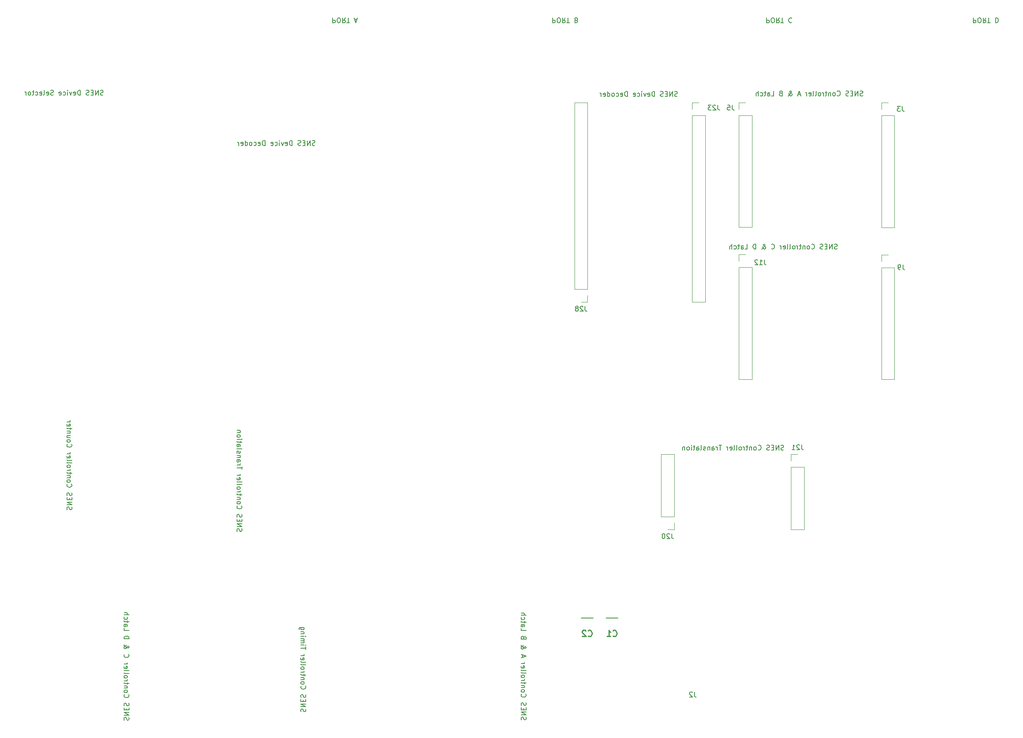
<source format=gbr>
%TF.GenerationSoftware,KiCad,Pcbnew,(6.0.1)*%
%TF.CreationDate,2022-03-04T09:28:36+02:00*%
%TF.ProjectId,SNES Device,534e4553-2044-4657-9669-63652e6b6963,0.6*%
%TF.SameCoordinates,Original*%
%TF.FileFunction,Legend,Bot*%
%TF.FilePolarity,Positive*%
%FSLAX46Y46*%
G04 Gerber Fmt 4.6, Leading zero omitted, Abs format (unit mm)*
G04 Created by KiCad (PCBNEW (6.0.1)) date 2022-03-04 09:28:36*
%MOMM*%
%LPD*%
G01*
G04 APERTURE LIST*
%ADD10C,0.150000*%
%ADD11C,0.254000*%
%ADD12C,0.120000*%
%ADD13C,0.200000*%
G04 APERTURE END LIST*
D10*
X97472809Y-42547619D02*
X97472809Y-43547619D01*
X97853761Y-43547619D01*
X97949000Y-43500000D01*
X97996619Y-43452380D01*
X98044238Y-43357142D01*
X98044238Y-43214285D01*
X97996619Y-43119047D01*
X97949000Y-43071428D01*
X97853761Y-43023809D01*
X97472809Y-43023809D01*
X98663285Y-43547619D02*
X98853761Y-43547619D01*
X98949000Y-43500000D01*
X99044238Y-43404761D01*
X99091857Y-43214285D01*
X99091857Y-42880952D01*
X99044238Y-42690476D01*
X98949000Y-42595238D01*
X98853761Y-42547619D01*
X98663285Y-42547619D01*
X98568047Y-42595238D01*
X98472809Y-42690476D01*
X98425190Y-42880952D01*
X98425190Y-43214285D01*
X98472809Y-43404761D01*
X98568047Y-43500000D01*
X98663285Y-43547619D01*
X100091857Y-42547619D02*
X99758523Y-43023809D01*
X99520428Y-42547619D02*
X99520428Y-43547619D01*
X99901380Y-43547619D01*
X99996619Y-43500000D01*
X100044238Y-43452380D01*
X100091857Y-43357142D01*
X100091857Y-43214285D01*
X100044238Y-43119047D01*
X99996619Y-43071428D01*
X99901380Y-43023809D01*
X99520428Y-43023809D01*
X100377571Y-43547619D02*
X100949000Y-43547619D01*
X100663285Y-42547619D02*
X100663285Y-43547619D01*
X101996619Y-42833333D02*
X102472809Y-42833333D01*
X101901380Y-42547619D02*
X102234714Y-43547619D01*
X102568047Y-42547619D01*
X91035238Y-184537857D02*
X90987619Y-184395000D01*
X90987619Y-184156904D01*
X91035238Y-184061666D01*
X91082857Y-184014047D01*
X91178095Y-183966428D01*
X91273333Y-183966428D01*
X91368571Y-184014047D01*
X91416190Y-184061666D01*
X91463809Y-184156904D01*
X91511428Y-184347380D01*
X91559047Y-184442619D01*
X91606666Y-184490238D01*
X91701904Y-184537857D01*
X91797142Y-184537857D01*
X91892380Y-184490238D01*
X91940000Y-184442619D01*
X91987619Y-184347380D01*
X91987619Y-184109285D01*
X91940000Y-183966428D01*
X90987619Y-183537857D02*
X91987619Y-183537857D01*
X90987619Y-182966428D01*
X91987619Y-182966428D01*
X91511428Y-182490238D02*
X91511428Y-182156904D01*
X90987619Y-182014047D02*
X90987619Y-182490238D01*
X91987619Y-182490238D01*
X91987619Y-182014047D01*
X91035238Y-181633095D02*
X90987619Y-181490238D01*
X90987619Y-181252142D01*
X91035238Y-181156904D01*
X91082857Y-181109285D01*
X91178095Y-181061666D01*
X91273333Y-181061666D01*
X91368571Y-181109285D01*
X91416190Y-181156904D01*
X91463809Y-181252142D01*
X91511428Y-181442619D01*
X91559047Y-181537857D01*
X91606666Y-181585476D01*
X91701904Y-181633095D01*
X91797142Y-181633095D01*
X91892380Y-181585476D01*
X91940000Y-181537857D01*
X91987619Y-181442619D01*
X91987619Y-181204523D01*
X91940000Y-181061666D01*
X91082857Y-179299761D02*
X91035238Y-179347380D01*
X90987619Y-179490238D01*
X90987619Y-179585476D01*
X91035238Y-179728333D01*
X91130476Y-179823571D01*
X91225714Y-179871190D01*
X91416190Y-179918809D01*
X91559047Y-179918809D01*
X91749523Y-179871190D01*
X91844761Y-179823571D01*
X91940000Y-179728333D01*
X91987619Y-179585476D01*
X91987619Y-179490238D01*
X91940000Y-179347380D01*
X91892380Y-179299761D01*
X90987619Y-178728333D02*
X91035238Y-178823571D01*
X91082857Y-178871190D01*
X91178095Y-178918809D01*
X91463809Y-178918809D01*
X91559047Y-178871190D01*
X91606666Y-178823571D01*
X91654285Y-178728333D01*
X91654285Y-178585476D01*
X91606666Y-178490238D01*
X91559047Y-178442619D01*
X91463809Y-178395000D01*
X91178095Y-178395000D01*
X91082857Y-178442619D01*
X91035238Y-178490238D01*
X90987619Y-178585476D01*
X90987619Y-178728333D01*
X91654285Y-177966428D02*
X90987619Y-177966428D01*
X91559047Y-177966428D02*
X91606666Y-177918809D01*
X91654285Y-177823571D01*
X91654285Y-177680714D01*
X91606666Y-177585476D01*
X91511428Y-177537857D01*
X90987619Y-177537857D01*
X91654285Y-177204523D02*
X91654285Y-176823571D01*
X91987619Y-177061666D02*
X91130476Y-177061666D01*
X91035238Y-177014047D01*
X90987619Y-176918809D01*
X90987619Y-176823571D01*
X90987619Y-176490238D02*
X91654285Y-176490238D01*
X91463809Y-176490238D02*
X91559047Y-176442619D01*
X91606666Y-176395000D01*
X91654285Y-176299761D01*
X91654285Y-176204523D01*
X90987619Y-175728333D02*
X91035238Y-175823571D01*
X91082857Y-175871190D01*
X91178095Y-175918809D01*
X91463809Y-175918809D01*
X91559047Y-175871190D01*
X91606666Y-175823571D01*
X91654285Y-175728333D01*
X91654285Y-175585476D01*
X91606666Y-175490238D01*
X91559047Y-175442619D01*
X91463809Y-175395000D01*
X91178095Y-175395000D01*
X91082857Y-175442619D01*
X91035238Y-175490238D01*
X90987619Y-175585476D01*
X90987619Y-175728333D01*
X90987619Y-174823571D02*
X91035238Y-174918809D01*
X91130476Y-174966428D01*
X91987619Y-174966428D01*
X90987619Y-174299761D02*
X91035238Y-174395000D01*
X91130476Y-174442619D01*
X91987619Y-174442619D01*
X91035238Y-173537857D02*
X90987619Y-173633095D01*
X90987619Y-173823571D01*
X91035238Y-173918809D01*
X91130476Y-173966428D01*
X91511428Y-173966428D01*
X91606666Y-173918809D01*
X91654285Y-173823571D01*
X91654285Y-173633095D01*
X91606666Y-173537857D01*
X91511428Y-173490238D01*
X91416190Y-173490238D01*
X91320952Y-173966428D01*
X90987619Y-173061666D02*
X91654285Y-173061666D01*
X91463809Y-173061666D02*
X91559047Y-173014047D01*
X91606666Y-172966428D01*
X91654285Y-172871190D01*
X91654285Y-172775952D01*
X91987619Y-171823571D02*
X91987619Y-171252142D01*
X90987619Y-171537857D02*
X91987619Y-171537857D01*
X90987619Y-170918809D02*
X91654285Y-170918809D01*
X91987619Y-170918809D02*
X91940000Y-170966428D01*
X91892380Y-170918809D01*
X91940000Y-170871190D01*
X91987619Y-170918809D01*
X91892380Y-170918809D01*
X90987619Y-170442619D02*
X91654285Y-170442619D01*
X91559047Y-170442619D02*
X91606666Y-170395000D01*
X91654285Y-170299761D01*
X91654285Y-170156904D01*
X91606666Y-170061666D01*
X91511428Y-170014047D01*
X90987619Y-170014047D01*
X91511428Y-170014047D02*
X91606666Y-169966428D01*
X91654285Y-169871190D01*
X91654285Y-169728333D01*
X91606666Y-169633095D01*
X91511428Y-169585476D01*
X90987619Y-169585476D01*
X90987619Y-169109285D02*
X91654285Y-169109285D01*
X91987619Y-169109285D02*
X91940000Y-169156904D01*
X91892380Y-169109285D01*
X91940000Y-169061666D01*
X91987619Y-169109285D01*
X91892380Y-169109285D01*
X91654285Y-168633095D02*
X90987619Y-168633095D01*
X91559047Y-168633095D02*
X91606666Y-168585476D01*
X91654285Y-168490238D01*
X91654285Y-168347380D01*
X91606666Y-168252142D01*
X91511428Y-168204523D01*
X90987619Y-168204523D01*
X91654285Y-167299761D02*
X90844761Y-167299761D01*
X90749523Y-167347380D01*
X90701904Y-167395000D01*
X90654285Y-167490238D01*
X90654285Y-167633095D01*
X90701904Y-167728333D01*
X91035238Y-167299761D02*
X90987619Y-167395000D01*
X90987619Y-167585476D01*
X91035238Y-167680714D01*
X91082857Y-167728333D01*
X91178095Y-167775952D01*
X91463809Y-167775952D01*
X91559047Y-167728333D01*
X91606666Y-167680714D01*
X91654285Y-167585476D01*
X91654285Y-167395000D01*
X91606666Y-167299761D01*
X186301380Y-42547619D02*
X186301380Y-43547619D01*
X186682333Y-43547619D01*
X186777571Y-43500000D01*
X186825190Y-43452380D01*
X186872809Y-43357142D01*
X186872809Y-43214285D01*
X186825190Y-43119047D01*
X186777571Y-43071428D01*
X186682333Y-43023809D01*
X186301380Y-43023809D01*
X187491857Y-43547619D02*
X187682333Y-43547619D01*
X187777571Y-43500000D01*
X187872809Y-43404761D01*
X187920428Y-43214285D01*
X187920428Y-42880952D01*
X187872809Y-42690476D01*
X187777571Y-42595238D01*
X187682333Y-42547619D01*
X187491857Y-42547619D01*
X187396619Y-42595238D01*
X187301380Y-42690476D01*
X187253761Y-42880952D01*
X187253761Y-43214285D01*
X187301380Y-43404761D01*
X187396619Y-43500000D01*
X187491857Y-43547619D01*
X188920428Y-42547619D02*
X188587095Y-43023809D01*
X188349000Y-42547619D02*
X188349000Y-43547619D01*
X188729952Y-43547619D01*
X188825190Y-43500000D01*
X188872809Y-43452380D01*
X188920428Y-43357142D01*
X188920428Y-43214285D01*
X188872809Y-43119047D01*
X188825190Y-43071428D01*
X188729952Y-43023809D01*
X188349000Y-43023809D01*
X189206142Y-43547619D02*
X189777571Y-43547619D01*
X189491857Y-42547619D02*
X189491857Y-43547619D01*
X191444238Y-42642857D02*
X191396619Y-42595238D01*
X191253761Y-42547619D01*
X191158523Y-42547619D01*
X191015666Y-42595238D01*
X190920428Y-42690476D01*
X190872809Y-42785714D01*
X190825190Y-42976190D01*
X190825190Y-43119047D01*
X190872809Y-43309523D01*
X190920428Y-43404761D01*
X191015666Y-43500000D01*
X191158523Y-43547619D01*
X191253761Y-43547619D01*
X191396619Y-43500000D01*
X191444238Y-43452380D01*
X200738000Y-89812761D02*
X200595142Y-89860380D01*
X200357047Y-89860380D01*
X200261809Y-89812761D01*
X200214190Y-89765142D01*
X200166571Y-89669904D01*
X200166571Y-89574666D01*
X200214190Y-89479428D01*
X200261809Y-89431809D01*
X200357047Y-89384190D01*
X200547523Y-89336571D01*
X200642761Y-89288952D01*
X200690380Y-89241333D01*
X200738000Y-89146095D01*
X200738000Y-89050857D01*
X200690380Y-88955619D01*
X200642761Y-88908000D01*
X200547523Y-88860380D01*
X200309428Y-88860380D01*
X200166571Y-88908000D01*
X199738000Y-89860380D02*
X199738000Y-88860380D01*
X199166571Y-89860380D01*
X199166571Y-88860380D01*
X198690380Y-89336571D02*
X198357047Y-89336571D01*
X198214190Y-89860380D02*
X198690380Y-89860380D01*
X198690380Y-88860380D01*
X198214190Y-88860380D01*
X197833238Y-89812761D02*
X197690380Y-89860380D01*
X197452285Y-89860380D01*
X197357047Y-89812761D01*
X197309428Y-89765142D01*
X197261809Y-89669904D01*
X197261809Y-89574666D01*
X197309428Y-89479428D01*
X197357047Y-89431809D01*
X197452285Y-89384190D01*
X197642761Y-89336571D01*
X197738000Y-89288952D01*
X197785619Y-89241333D01*
X197833238Y-89146095D01*
X197833238Y-89050857D01*
X197785619Y-88955619D01*
X197738000Y-88908000D01*
X197642761Y-88860380D01*
X197404666Y-88860380D01*
X197261809Y-88908000D01*
X195499904Y-89765142D02*
X195547523Y-89812761D01*
X195690380Y-89860380D01*
X195785619Y-89860380D01*
X195928476Y-89812761D01*
X196023714Y-89717523D01*
X196071333Y-89622285D01*
X196118952Y-89431809D01*
X196118952Y-89288952D01*
X196071333Y-89098476D01*
X196023714Y-89003238D01*
X195928476Y-88908000D01*
X195785619Y-88860380D01*
X195690380Y-88860380D01*
X195547523Y-88908000D01*
X195499904Y-88955619D01*
X194928476Y-89860380D02*
X195023714Y-89812761D01*
X195071333Y-89765142D01*
X195118952Y-89669904D01*
X195118952Y-89384190D01*
X195071333Y-89288952D01*
X195023714Y-89241333D01*
X194928476Y-89193714D01*
X194785619Y-89193714D01*
X194690380Y-89241333D01*
X194642761Y-89288952D01*
X194595142Y-89384190D01*
X194595142Y-89669904D01*
X194642761Y-89765142D01*
X194690380Y-89812761D01*
X194785619Y-89860380D01*
X194928476Y-89860380D01*
X194166571Y-89193714D02*
X194166571Y-89860380D01*
X194166571Y-89288952D02*
X194118952Y-89241333D01*
X194023714Y-89193714D01*
X193880857Y-89193714D01*
X193785619Y-89241333D01*
X193738000Y-89336571D01*
X193738000Y-89860380D01*
X193404666Y-89193714D02*
X193023714Y-89193714D01*
X193261809Y-88860380D02*
X193261809Y-89717523D01*
X193214190Y-89812761D01*
X193118952Y-89860380D01*
X193023714Y-89860380D01*
X192690380Y-89860380D02*
X192690380Y-89193714D01*
X192690380Y-89384190D02*
X192642761Y-89288952D01*
X192595142Y-89241333D01*
X192499904Y-89193714D01*
X192404666Y-89193714D01*
X191928476Y-89860380D02*
X192023714Y-89812761D01*
X192071333Y-89765142D01*
X192118952Y-89669904D01*
X192118952Y-89384190D01*
X192071333Y-89288952D01*
X192023714Y-89241333D01*
X191928476Y-89193714D01*
X191785619Y-89193714D01*
X191690380Y-89241333D01*
X191642761Y-89288952D01*
X191595142Y-89384190D01*
X191595142Y-89669904D01*
X191642761Y-89765142D01*
X191690380Y-89812761D01*
X191785619Y-89860380D01*
X191928476Y-89860380D01*
X191023714Y-89860380D02*
X191118952Y-89812761D01*
X191166571Y-89717523D01*
X191166571Y-88860380D01*
X190499904Y-89860380D02*
X190595142Y-89812761D01*
X190642761Y-89717523D01*
X190642761Y-88860380D01*
X189738000Y-89812761D02*
X189833238Y-89860380D01*
X190023714Y-89860380D01*
X190118952Y-89812761D01*
X190166571Y-89717523D01*
X190166571Y-89336571D01*
X190118952Y-89241333D01*
X190023714Y-89193714D01*
X189833238Y-89193714D01*
X189738000Y-89241333D01*
X189690380Y-89336571D01*
X189690380Y-89431809D01*
X190166571Y-89527047D01*
X189261809Y-89860380D02*
X189261809Y-89193714D01*
X189261809Y-89384190D02*
X189214190Y-89288952D01*
X189166571Y-89241333D01*
X189071333Y-89193714D01*
X188976095Y-89193714D01*
X187309428Y-89765142D02*
X187357047Y-89812761D01*
X187499904Y-89860380D01*
X187595142Y-89860380D01*
X187738000Y-89812761D01*
X187833238Y-89717523D01*
X187880857Y-89622285D01*
X187928476Y-89431809D01*
X187928476Y-89288952D01*
X187880857Y-89098476D01*
X187833238Y-89003238D01*
X187738000Y-88908000D01*
X187595142Y-88860380D01*
X187499904Y-88860380D01*
X187357047Y-88908000D01*
X187309428Y-88955619D01*
X185309428Y-89860380D02*
X185357047Y-89860380D01*
X185452285Y-89812761D01*
X185595142Y-89669904D01*
X185833238Y-89384190D01*
X185928476Y-89241333D01*
X185976095Y-89098476D01*
X185976095Y-89003238D01*
X185928476Y-88908000D01*
X185833238Y-88860380D01*
X185785619Y-88860380D01*
X185690380Y-88908000D01*
X185642761Y-89003238D01*
X185642761Y-89050857D01*
X185690380Y-89146095D01*
X185738000Y-89193714D01*
X186023714Y-89384190D01*
X186071333Y-89431809D01*
X186118952Y-89527047D01*
X186118952Y-89669904D01*
X186071333Y-89765142D01*
X186023714Y-89812761D01*
X185928476Y-89860380D01*
X185785619Y-89860380D01*
X185690380Y-89812761D01*
X185642761Y-89765142D01*
X185499904Y-89574666D01*
X185452285Y-89431809D01*
X185452285Y-89336571D01*
X184118952Y-89860380D02*
X184118952Y-88860380D01*
X183880857Y-88860380D01*
X183738000Y-88908000D01*
X183642761Y-89003238D01*
X183595142Y-89098476D01*
X183547523Y-89288952D01*
X183547523Y-89431809D01*
X183595142Y-89622285D01*
X183642761Y-89717523D01*
X183738000Y-89812761D01*
X183880857Y-89860380D01*
X184118952Y-89860380D01*
X181880857Y-89860380D02*
X182357047Y-89860380D01*
X182357047Y-88860380D01*
X181118952Y-89860380D02*
X181118952Y-89336571D01*
X181166571Y-89241333D01*
X181261809Y-89193714D01*
X181452285Y-89193714D01*
X181547523Y-89241333D01*
X181118952Y-89812761D02*
X181214190Y-89860380D01*
X181452285Y-89860380D01*
X181547523Y-89812761D01*
X181595142Y-89717523D01*
X181595142Y-89622285D01*
X181547523Y-89527047D01*
X181452285Y-89479428D01*
X181214190Y-89479428D01*
X181118952Y-89431809D01*
X180785619Y-89193714D02*
X180404666Y-89193714D01*
X180642761Y-88860380D02*
X180642761Y-89717523D01*
X180595142Y-89812761D01*
X180499904Y-89860380D01*
X180404666Y-89860380D01*
X179642761Y-89812761D02*
X179738000Y-89860380D01*
X179928476Y-89860380D01*
X180023714Y-89812761D01*
X180071333Y-89765142D01*
X180118952Y-89669904D01*
X180118952Y-89384190D01*
X180071333Y-89288952D01*
X180023714Y-89241333D01*
X179928476Y-89193714D01*
X179738000Y-89193714D01*
X179642761Y-89241333D01*
X179214190Y-89860380D02*
X179214190Y-88860380D01*
X178785619Y-89860380D02*
X178785619Y-89336571D01*
X178833238Y-89241333D01*
X178928476Y-89193714D01*
X179071333Y-89193714D01*
X179166571Y-89241333D01*
X179214190Y-89288952D01*
X54840238Y-186260000D02*
X54792619Y-186117142D01*
X54792619Y-185879047D01*
X54840238Y-185783809D01*
X54887857Y-185736190D01*
X54983095Y-185688571D01*
X55078333Y-185688571D01*
X55173571Y-185736190D01*
X55221190Y-185783809D01*
X55268809Y-185879047D01*
X55316428Y-186069523D01*
X55364047Y-186164761D01*
X55411666Y-186212380D01*
X55506904Y-186260000D01*
X55602142Y-186260000D01*
X55697380Y-186212380D01*
X55745000Y-186164761D01*
X55792619Y-186069523D01*
X55792619Y-185831428D01*
X55745000Y-185688571D01*
X54792619Y-185260000D02*
X55792619Y-185260000D01*
X54792619Y-184688571D01*
X55792619Y-184688571D01*
X55316428Y-184212380D02*
X55316428Y-183879047D01*
X54792619Y-183736190D02*
X54792619Y-184212380D01*
X55792619Y-184212380D01*
X55792619Y-183736190D01*
X54840238Y-183355238D02*
X54792619Y-183212380D01*
X54792619Y-182974285D01*
X54840238Y-182879047D01*
X54887857Y-182831428D01*
X54983095Y-182783809D01*
X55078333Y-182783809D01*
X55173571Y-182831428D01*
X55221190Y-182879047D01*
X55268809Y-182974285D01*
X55316428Y-183164761D01*
X55364047Y-183260000D01*
X55411666Y-183307619D01*
X55506904Y-183355238D01*
X55602142Y-183355238D01*
X55697380Y-183307619D01*
X55745000Y-183260000D01*
X55792619Y-183164761D01*
X55792619Y-182926666D01*
X55745000Y-182783809D01*
X54887857Y-181021904D02*
X54840238Y-181069523D01*
X54792619Y-181212380D01*
X54792619Y-181307619D01*
X54840238Y-181450476D01*
X54935476Y-181545714D01*
X55030714Y-181593333D01*
X55221190Y-181640952D01*
X55364047Y-181640952D01*
X55554523Y-181593333D01*
X55649761Y-181545714D01*
X55745000Y-181450476D01*
X55792619Y-181307619D01*
X55792619Y-181212380D01*
X55745000Y-181069523D01*
X55697380Y-181021904D01*
X54792619Y-180450476D02*
X54840238Y-180545714D01*
X54887857Y-180593333D01*
X54983095Y-180640952D01*
X55268809Y-180640952D01*
X55364047Y-180593333D01*
X55411666Y-180545714D01*
X55459285Y-180450476D01*
X55459285Y-180307619D01*
X55411666Y-180212380D01*
X55364047Y-180164761D01*
X55268809Y-180117142D01*
X54983095Y-180117142D01*
X54887857Y-180164761D01*
X54840238Y-180212380D01*
X54792619Y-180307619D01*
X54792619Y-180450476D01*
X55459285Y-179688571D02*
X54792619Y-179688571D01*
X55364047Y-179688571D02*
X55411666Y-179640952D01*
X55459285Y-179545714D01*
X55459285Y-179402857D01*
X55411666Y-179307619D01*
X55316428Y-179260000D01*
X54792619Y-179260000D01*
X55459285Y-178926666D02*
X55459285Y-178545714D01*
X55792619Y-178783809D02*
X54935476Y-178783809D01*
X54840238Y-178736190D01*
X54792619Y-178640952D01*
X54792619Y-178545714D01*
X54792619Y-178212380D02*
X55459285Y-178212380D01*
X55268809Y-178212380D02*
X55364047Y-178164761D01*
X55411666Y-178117142D01*
X55459285Y-178021904D01*
X55459285Y-177926666D01*
X54792619Y-177450476D02*
X54840238Y-177545714D01*
X54887857Y-177593333D01*
X54983095Y-177640952D01*
X55268809Y-177640952D01*
X55364047Y-177593333D01*
X55411666Y-177545714D01*
X55459285Y-177450476D01*
X55459285Y-177307619D01*
X55411666Y-177212380D01*
X55364047Y-177164761D01*
X55268809Y-177117142D01*
X54983095Y-177117142D01*
X54887857Y-177164761D01*
X54840238Y-177212380D01*
X54792619Y-177307619D01*
X54792619Y-177450476D01*
X54792619Y-176545714D02*
X54840238Y-176640952D01*
X54935476Y-176688571D01*
X55792619Y-176688571D01*
X54792619Y-176021904D02*
X54840238Y-176117142D01*
X54935476Y-176164761D01*
X55792619Y-176164761D01*
X54840238Y-175260000D02*
X54792619Y-175355238D01*
X54792619Y-175545714D01*
X54840238Y-175640952D01*
X54935476Y-175688571D01*
X55316428Y-175688571D01*
X55411666Y-175640952D01*
X55459285Y-175545714D01*
X55459285Y-175355238D01*
X55411666Y-175260000D01*
X55316428Y-175212380D01*
X55221190Y-175212380D01*
X55125952Y-175688571D01*
X54792619Y-174783809D02*
X55459285Y-174783809D01*
X55268809Y-174783809D02*
X55364047Y-174736190D01*
X55411666Y-174688571D01*
X55459285Y-174593333D01*
X55459285Y-174498095D01*
X54887857Y-172831428D02*
X54840238Y-172879047D01*
X54792619Y-173021904D01*
X54792619Y-173117142D01*
X54840238Y-173260000D01*
X54935476Y-173355238D01*
X55030714Y-173402857D01*
X55221190Y-173450476D01*
X55364047Y-173450476D01*
X55554523Y-173402857D01*
X55649761Y-173355238D01*
X55745000Y-173260000D01*
X55792619Y-173117142D01*
X55792619Y-173021904D01*
X55745000Y-172879047D01*
X55697380Y-172831428D01*
X54792619Y-170831428D02*
X54792619Y-170879047D01*
X54840238Y-170974285D01*
X54983095Y-171117142D01*
X55268809Y-171355238D01*
X55411666Y-171450476D01*
X55554523Y-171498095D01*
X55649761Y-171498095D01*
X55745000Y-171450476D01*
X55792619Y-171355238D01*
X55792619Y-171307619D01*
X55745000Y-171212380D01*
X55649761Y-171164761D01*
X55602142Y-171164761D01*
X55506904Y-171212380D01*
X55459285Y-171260000D01*
X55268809Y-171545714D01*
X55221190Y-171593333D01*
X55125952Y-171640952D01*
X54983095Y-171640952D01*
X54887857Y-171593333D01*
X54840238Y-171545714D01*
X54792619Y-171450476D01*
X54792619Y-171307619D01*
X54840238Y-171212380D01*
X54887857Y-171164761D01*
X55078333Y-171021904D01*
X55221190Y-170974285D01*
X55316428Y-170974285D01*
X54792619Y-169640952D02*
X55792619Y-169640952D01*
X55792619Y-169402857D01*
X55745000Y-169260000D01*
X55649761Y-169164761D01*
X55554523Y-169117142D01*
X55364047Y-169069523D01*
X55221190Y-169069523D01*
X55030714Y-169117142D01*
X54935476Y-169164761D01*
X54840238Y-169260000D01*
X54792619Y-169402857D01*
X54792619Y-169640952D01*
X54792619Y-167402857D02*
X54792619Y-167879047D01*
X55792619Y-167879047D01*
X54792619Y-166640952D02*
X55316428Y-166640952D01*
X55411666Y-166688571D01*
X55459285Y-166783809D01*
X55459285Y-166974285D01*
X55411666Y-167069523D01*
X54840238Y-166640952D02*
X54792619Y-166736190D01*
X54792619Y-166974285D01*
X54840238Y-167069523D01*
X54935476Y-167117142D01*
X55030714Y-167117142D01*
X55125952Y-167069523D01*
X55173571Y-166974285D01*
X55173571Y-166736190D01*
X55221190Y-166640952D01*
X55459285Y-166307619D02*
X55459285Y-165926666D01*
X55792619Y-166164761D02*
X54935476Y-166164761D01*
X54840238Y-166117142D01*
X54792619Y-166021904D01*
X54792619Y-165926666D01*
X54840238Y-165164761D02*
X54792619Y-165260000D01*
X54792619Y-165450476D01*
X54840238Y-165545714D01*
X54887857Y-165593333D01*
X54983095Y-165640952D01*
X55268809Y-165640952D01*
X55364047Y-165593333D01*
X55411666Y-165545714D01*
X55459285Y-165450476D01*
X55459285Y-165260000D01*
X55411666Y-165164761D01*
X54792619Y-164736190D02*
X55792619Y-164736190D01*
X54792619Y-164307619D02*
X55316428Y-164307619D01*
X55411666Y-164355238D01*
X55459285Y-164450476D01*
X55459285Y-164593333D01*
X55411666Y-164688571D01*
X55364047Y-164736190D01*
X168051761Y-58570761D02*
X167908904Y-58618380D01*
X167670809Y-58618380D01*
X167575571Y-58570761D01*
X167527952Y-58523142D01*
X167480333Y-58427904D01*
X167480333Y-58332666D01*
X167527952Y-58237428D01*
X167575571Y-58189809D01*
X167670809Y-58142190D01*
X167861285Y-58094571D01*
X167956523Y-58046952D01*
X168004142Y-57999333D01*
X168051761Y-57904095D01*
X168051761Y-57808857D01*
X168004142Y-57713619D01*
X167956523Y-57666000D01*
X167861285Y-57618380D01*
X167623190Y-57618380D01*
X167480333Y-57666000D01*
X167051761Y-58618380D02*
X167051761Y-57618380D01*
X166480333Y-58618380D01*
X166480333Y-57618380D01*
X166004142Y-58094571D02*
X165670809Y-58094571D01*
X165527952Y-58618380D02*
X166004142Y-58618380D01*
X166004142Y-57618380D01*
X165527952Y-57618380D01*
X165147000Y-58570761D02*
X165004142Y-58618380D01*
X164766047Y-58618380D01*
X164670809Y-58570761D01*
X164623190Y-58523142D01*
X164575571Y-58427904D01*
X164575571Y-58332666D01*
X164623190Y-58237428D01*
X164670809Y-58189809D01*
X164766047Y-58142190D01*
X164956523Y-58094571D01*
X165051761Y-58046952D01*
X165099380Y-57999333D01*
X165147000Y-57904095D01*
X165147000Y-57808857D01*
X165099380Y-57713619D01*
X165051761Y-57666000D01*
X164956523Y-57618380D01*
X164718428Y-57618380D01*
X164575571Y-57666000D01*
X163385095Y-58618380D02*
X163385095Y-57618380D01*
X163147000Y-57618380D01*
X163004142Y-57666000D01*
X162908904Y-57761238D01*
X162861285Y-57856476D01*
X162813666Y-58046952D01*
X162813666Y-58189809D01*
X162861285Y-58380285D01*
X162908904Y-58475523D01*
X163004142Y-58570761D01*
X163147000Y-58618380D01*
X163385095Y-58618380D01*
X162004142Y-58570761D02*
X162099380Y-58618380D01*
X162289857Y-58618380D01*
X162385095Y-58570761D01*
X162432714Y-58475523D01*
X162432714Y-58094571D01*
X162385095Y-57999333D01*
X162289857Y-57951714D01*
X162099380Y-57951714D01*
X162004142Y-57999333D01*
X161956523Y-58094571D01*
X161956523Y-58189809D01*
X162432714Y-58285047D01*
X161623190Y-57951714D02*
X161385095Y-58618380D01*
X161147000Y-57951714D01*
X160766047Y-58618380D02*
X160766047Y-57951714D01*
X160766047Y-57618380D02*
X160813666Y-57666000D01*
X160766047Y-57713619D01*
X160718428Y-57666000D01*
X160766047Y-57618380D01*
X160766047Y-57713619D01*
X159861285Y-58570761D02*
X159956523Y-58618380D01*
X160147000Y-58618380D01*
X160242238Y-58570761D01*
X160289857Y-58523142D01*
X160337476Y-58427904D01*
X160337476Y-58142190D01*
X160289857Y-58046952D01*
X160242238Y-57999333D01*
X160147000Y-57951714D01*
X159956523Y-57951714D01*
X159861285Y-57999333D01*
X159051761Y-58570761D02*
X159147000Y-58618380D01*
X159337476Y-58618380D01*
X159432714Y-58570761D01*
X159480333Y-58475523D01*
X159480333Y-58094571D01*
X159432714Y-57999333D01*
X159337476Y-57951714D01*
X159147000Y-57951714D01*
X159051761Y-57999333D01*
X159004142Y-58094571D01*
X159004142Y-58189809D01*
X159480333Y-58285047D01*
X157813666Y-58618380D02*
X157813666Y-57618380D01*
X157575571Y-57618380D01*
X157432714Y-57666000D01*
X157337476Y-57761238D01*
X157289857Y-57856476D01*
X157242238Y-58046952D01*
X157242238Y-58189809D01*
X157289857Y-58380285D01*
X157337476Y-58475523D01*
X157432714Y-58570761D01*
X157575571Y-58618380D01*
X157813666Y-58618380D01*
X156432714Y-58570761D02*
X156527952Y-58618380D01*
X156718428Y-58618380D01*
X156813666Y-58570761D01*
X156861285Y-58475523D01*
X156861285Y-58094571D01*
X156813666Y-57999333D01*
X156718428Y-57951714D01*
X156527952Y-57951714D01*
X156432714Y-57999333D01*
X156385095Y-58094571D01*
X156385095Y-58189809D01*
X156861285Y-58285047D01*
X155527952Y-58570761D02*
X155623190Y-58618380D01*
X155813666Y-58618380D01*
X155908904Y-58570761D01*
X155956523Y-58523142D01*
X156004142Y-58427904D01*
X156004142Y-58142190D01*
X155956523Y-58046952D01*
X155908904Y-57999333D01*
X155813666Y-57951714D01*
X155623190Y-57951714D01*
X155527952Y-57999333D01*
X154956523Y-58618380D02*
X155051761Y-58570761D01*
X155099380Y-58523142D01*
X155147000Y-58427904D01*
X155147000Y-58142190D01*
X155099380Y-58046952D01*
X155051761Y-57999333D01*
X154956523Y-57951714D01*
X154813666Y-57951714D01*
X154718428Y-57999333D01*
X154670809Y-58046952D01*
X154623190Y-58142190D01*
X154623190Y-58427904D01*
X154670809Y-58523142D01*
X154718428Y-58570761D01*
X154813666Y-58618380D01*
X154956523Y-58618380D01*
X153766047Y-58618380D02*
X153766047Y-57618380D01*
X153766047Y-58570761D02*
X153861285Y-58618380D01*
X154051761Y-58618380D01*
X154147000Y-58570761D01*
X154194619Y-58523142D01*
X154242238Y-58427904D01*
X154242238Y-58142190D01*
X154194619Y-58046952D01*
X154147000Y-57999333D01*
X154051761Y-57951714D01*
X153861285Y-57951714D01*
X153766047Y-57999333D01*
X152908904Y-58570761D02*
X153004142Y-58618380D01*
X153194619Y-58618380D01*
X153289857Y-58570761D01*
X153337476Y-58475523D01*
X153337476Y-58094571D01*
X153289857Y-57999333D01*
X153194619Y-57951714D01*
X153004142Y-57951714D01*
X152908904Y-57999333D01*
X152861285Y-58094571D01*
X152861285Y-58189809D01*
X153337476Y-58285047D01*
X152432714Y-58618380D02*
X152432714Y-57951714D01*
X152432714Y-58142190D02*
X152385095Y-58046952D01*
X152337476Y-57999333D01*
X152242238Y-57951714D01*
X152147000Y-57951714D01*
X189808142Y-130960761D02*
X189665285Y-131008380D01*
X189427190Y-131008380D01*
X189331952Y-130960761D01*
X189284333Y-130913142D01*
X189236714Y-130817904D01*
X189236714Y-130722666D01*
X189284333Y-130627428D01*
X189331952Y-130579809D01*
X189427190Y-130532190D01*
X189617666Y-130484571D01*
X189712904Y-130436952D01*
X189760523Y-130389333D01*
X189808142Y-130294095D01*
X189808142Y-130198857D01*
X189760523Y-130103619D01*
X189712904Y-130056000D01*
X189617666Y-130008380D01*
X189379571Y-130008380D01*
X189236714Y-130056000D01*
X188808142Y-131008380D02*
X188808142Y-130008380D01*
X188236714Y-131008380D01*
X188236714Y-130008380D01*
X187760523Y-130484571D02*
X187427190Y-130484571D01*
X187284333Y-131008380D02*
X187760523Y-131008380D01*
X187760523Y-130008380D01*
X187284333Y-130008380D01*
X186903380Y-130960761D02*
X186760523Y-131008380D01*
X186522428Y-131008380D01*
X186427190Y-130960761D01*
X186379571Y-130913142D01*
X186331952Y-130817904D01*
X186331952Y-130722666D01*
X186379571Y-130627428D01*
X186427190Y-130579809D01*
X186522428Y-130532190D01*
X186712904Y-130484571D01*
X186808142Y-130436952D01*
X186855761Y-130389333D01*
X186903380Y-130294095D01*
X186903380Y-130198857D01*
X186855761Y-130103619D01*
X186808142Y-130056000D01*
X186712904Y-130008380D01*
X186474809Y-130008380D01*
X186331952Y-130056000D01*
X184570047Y-130913142D02*
X184617666Y-130960761D01*
X184760523Y-131008380D01*
X184855761Y-131008380D01*
X184998619Y-130960761D01*
X185093857Y-130865523D01*
X185141476Y-130770285D01*
X185189095Y-130579809D01*
X185189095Y-130436952D01*
X185141476Y-130246476D01*
X185093857Y-130151238D01*
X184998619Y-130056000D01*
X184855761Y-130008380D01*
X184760523Y-130008380D01*
X184617666Y-130056000D01*
X184570047Y-130103619D01*
X183998619Y-131008380D02*
X184093857Y-130960761D01*
X184141476Y-130913142D01*
X184189095Y-130817904D01*
X184189095Y-130532190D01*
X184141476Y-130436952D01*
X184093857Y-130389333D01*
X183998619Y-130341714D01*
X183855761Y-130341714D01*
X183760523Y-130389333D01*
X183712904Y-130436952D01*
X183665285Y-130532190D01*
X183665285Y-130817904D01*
X183712904Y-130913142D01*
X183760523Y-130960761D01*
X183855761Y-131008380D01*
X183998619Y-131008380D01*
X183236714Y-130341714D02*
X183236714Y-131008380D01*
X183236714Y-130436952D02*
X183189095Y-130389333D01*
X183093857Y-130341714D01*
X182951000Y-130341714D01*
X182855761Y-130389333D01*
X182808142Y-130484571D01*
X182808142Y-131008380D01*
X182474809Y-130341714D02*
X182093857Y-130341714D01*
X182331952Y-130008380D02*
X182331952Y-130865523D01*
X182284333Y-130960761D01*
X182189095Y-131008380D01*
X182093857Y-131008380D01*
X181760523Y-131008380D02*
X181760523Y-130341714D01*
X181760523Y-130532190D02*
X181712904Y-130436952D01*
X181665285Y-130389333D01*
X181570047Y-130341714D01*
X181474809Y-130341714D01*
X180998619Y-131008380D02*
X181093857Y-130960761D01*
X181141476Y-130913142D01*
X181189095Y-130817904D01*
X181189095Y-130532190D01*
X181141476Y-130436952D01*
X181093857Y-130389333D01*
X180998619Y-130341714D01*
X180855761Y-130341714D01*
X180760523Y-130389333D01*
X180712904Y-130436952D01*
X180665285Y-130532190D01*
X180665285Y-130817904D01*
X180712904Y-130913142D01*
X180760523Y-130960761D01*
X180855761Y-131008380D01*
X180998619Y-131008380D01*
X180093857Y-131008380D02*
X180189095Y-130960761D01*
X180236714Y-130865523D01*
X180236714Y-130008380D01*
X179570047Y-131008380D02*
X179665285Y-130960761D01*
X179712904Y-130865523D01*
X179712904Y-130008380D01*
X178808142Y-130960761D02*
X178903380Y-131008380D01*
X179093857Y-131008380D01*
X179189095Y-130960761D01*
X179236714Y-130865523D01*
X179236714Y-130484571D01*
X179189095Y-130389333D01*
X179093857Y-130341714D01*
X178903380Y-130341714D01*
X178808142Y-130389333D01*
X178760523Y-130484571D01*
X178760523Y-130579809D01*
X179236714Y-130675047D01*
X178331952Y-131008380D02*
X178331952Y-130341714D01*
X178331952Y-130532190D02*
X178284333Y-130436952D01*
X178236714Y-130389333D01*
X178141476Y-130341714D01*
X178046238Y-130341714D01*
X177093857Y-130008380D02*
X176522428Y-130008380D01*
X176808142Y-131008380D02*
X176808142Y-130008380D01*
X176189095Y-131008380D02*
X176189095Y-130341714D01*
X176189095Y-130532190D02*
X176141476Y-130436952D01*
X176093857Y-130389333D01*
X175998619Y-130341714D01*
X175903380Y-130341714D01*
X175141476Y-131008380D02*
X175141476Y-130484571D01*
X175189095Y-130389333D01*
X175284333Y-130341714D01*
X175474809Y-130341714D01*
X175570047Y-130389333D01*
X175141476Y-130960761D02*
X175236714Y-131008380D01*
X175474809Y-131008380D01*
X175570047Y-130960761D01*
X175617666Y-130865523D01*
X175617666Y-130770285D01*
X175570047Y-130675047D01*
X175474809Y-130627428D01*
X175236714Y-130627428D01*
X175141476Y-130579809D01*
X174665285Y-130341714D02*
X174665285Y-131008380D01*
X174665285Y-130436952D02*
X174617666Y-130389333D01*
X174522428Y-130341714D01*
X174379571Y-130341714D01*
X174284333Y-130389333D01*
X174236714Y-130484571D01*
X174236714Y-131008380D01*
X173808142Y-130960761D02*
X173712904Y-131008380D01*
X173522428Y-131008380D01*
X173427190Y-130960761D01*
X173379571Y-130865523D01*
X173379571Y-130817904D01*
X173427190Y-130722666D01*
X173522428Y-130675047D01*
X173665285Y-130675047D01*
X173760523Y-130627428D01*
X173808142Y-130532190D01*
X173808142Y-130484571D01*
X173760523Y-130389333D01*
X173665285Y-130341714D01*
X173522428Y-130341714D01*
X173427190Y-130389333D01*
X172808142Y-131008380D02*
X172903380Y-130960761D01*
X172951000Y-130865523D01*
X172951000Y-130008380D01*
X171998619Y-131008380D02*
X171998619Y-130484571D01*
X172046238Y-130389333D01*
X172141476Y-130341714D01*
X172331952Y-130341714D01*
X172427190Y-130389333D01*
X171998619Y-130960761D02*
X172093857Y-131008380D01*
X172331952Y-131008380D01*
X172427190Y-130960761D01*
X172474809Y-130865523D01*
X172474809Y-130770285D01*
X172427190Y-130675047D01*
X172331952Y-130627428D01*
X172093857Y-130627428D01*
X171998619Y-130579809D01*
X171665285Y-130341714D02*
X171284333Y-130341714D01*
X171522428Y-130008380D02*
X171522428Y-130865523D01*
X171474809Y-130960761D01*
X171379571Y-131008380D01*
X171284333Y-131008380D01*
X170951000Y-131008380D02*
X170951000Y-130341714D01*
X170951000Y-130008380D02*
X170998619Y-130056000D01*
X170951000Y-130103619D01*
X170903380Y-130056000D01*
X170951000Y-130008380D01*
X170951000Y-130103619D01*
X170331952Y-131008380D02*
X170427190Y-130960761D01*
X170474809Y-130913142D01*
X170522428Y-130817904D01*
X170522428Y-130532190D01*
X170474809Y-130436952D01*
X170427190Y-130389333D01*
X170331952Y-130341714D01*
X170189095Y-130341714D01*
X170093857Y-130389333D01*
X170046238Y-130436952D01*
X169998619Y-130532190D01*
X169998619Y-130817904D01*
X170046238Y-130913142D01*
X170093857Y-130960761D01*
X170189095Y-131008380D01*
X170331952Y-131008380D01*
X169570047Y-130341714D02*
X169570047Y-131008380D01*
X169570047Y-130436952D02*
X169522428Y-130389333D01*
X169427190Y-130341714D01*
X169284333Y-130341714D01*
X169189095Y-130389333D01*
X169141476Y-130484571D01*
X169141476Y-131008380D01*
X228592380Y-42547619D02*
X228592380Y-43547619D01*
X228973333Y-43547619D01*
X229068571Y-43500000D01*
X229116190Y-43452380D01*
X229163809Y-43357142D01*
X229163809Y-43214285D01*
X229116190Y-43119047D01*
X229068571Y-43071428D01*
X228973333Y-43023809D01*
X228592380Y-43023809D01*
X229782857Y-43547619D02*
X229973333Y-43547619D01*
X230068571Y-43500000D01*
X230163809Y-43404761D01*
X230211428Y-43214285D01*
X230211428Y-42880952D01*
X230163809Y-42690476D01*
X230068571Y-42595238D01*
X229973333Y-42547619D01*
X229782857Y-42547619D01*
X229687619Y-42595238D01*
X229592380Y-42690476D01*
X229544761Y-42880952D01*
X229544761Y-43214285D01*
X229592380Y-43404761D01*
X229687619Y-43500000D01*
X229782857Y-43547619D01*
X231211428Y-42547619D02*
X230878095Y-43023809D01*
X230640000Y-42547619D02*
X230640000Y-43547619D01*
X231020952Y-43547619D01*
X231116190Y-43500000D01*
X231163809Y-43452380D01*
X231211428Y-43357142D01*
X231211428Y-43214285D01*
X231163809Y-43119047D01*
X231116190Y-43071428D01*
X231020952Y-43023809D01*
X230640000Y-43023809D01*
X231497142Y-43547619D02*
X232068571Y-43547619D01*
X231782857Y-42547619D02*
X231782857Y-43547619D01*
X233163809Y-42547619D02*
X233163809Y-43547619D01*
X233401904Y-43547619D01*
X233544761Y-43500000D01*
X233640000Y-43404761D01*
X233687619Y-43309523D01*
X233735238Y-43119047D01*
X233735238Y-42976190D01*
X233687619Y-42785714D01*
X233640000Y-42690476D01*
X233544761Y-42595238D01*
X233401904Y-42547619D01*
X233163809Y-42547619D01*
X93883761Y-68603761D02*
X93740904Y-68651380D01*
X93502809Y-68651380D01*
X93407571Y-68603761D01*
X93359952Y-68556142D01*
X93312333Y-68460904D01*
X93312333Y-68365666D01*
X93359952Y-68270428D01*
X93407571Y-68222809D01*
X93502809Y-68175190D01*
X93693285Y-68127571D01*
X93788523Y-68079952D01*
X93836142Y-68032333D01*
X93883761Y-67937095D01*
X93883761Y-67841857D01*
X93836142Y-67746619D01*
X93788523Y-67699000D01*
X93693285Y-67651380D01*
X93455190Y-67651380D01*
X93312333Y-67699000D01*
X92883761Y-68651380D02*
X92883761Y-67651380D01*
X92312333Y-68651380D01*
X92312333Y-67651380D01*
X91836142Y-68127571D02*
X91502809Y-68127571D01*
X91359952Y-68651380D02*
X91836142Y-68651380D01*
X91836142Y-67651380D01*
X91359952Y-67651380D01*
X90979000Y-68603761D02*
X90836142Y-68651380D01*
X90598047Y-68651380D01*
X90502809Y-68603761D01*
X90455190Y-68556142D01*
X90407571Y-68460904D01*
X90407571Y-68365666D01*
X90455190Y-68270428D01*
X90502809Y-68222809D01*
X90598047Y-68175190D01*
X90788523Y-68127571D01*
X90883761Y-68079952D01*
X90931380Y-68032333D01*
X90979000Y-67937095D01*
X90979000Y-67841857D01*
X90931380Y-67746619D01*
X90883761Y-67699000D01*
X90788523Y-67651380D01*
X90550428Y-67651380D01*
X90407571Y-67699000D01*
X89217095Y-68651380D02*
X89217095Y-67651380D01*
X88979000Y-67651380D01*
X88836142Y-67699000D01*
X88740904Y-67794238D01*
X88693285Y-67889476D01*
X88645666Y-68079952D01*
X88645666Y-68222809D01*
X88693285Y-68413285D01*
X88740904Y-68508523D01*
X88836142Y-68603761D01*
X88979000Y-68651380D01*
X89217095Y-68651380D01*
X87836142Y-68603761D02*
X87931380Y-68651380D01*
X88121857Y-68651380D01*
X88217095Y-68603761D01*
X88264714Y-68508523D01*
X88264714Y-68127571D01*
X88217095Y-68032333D01*
X88121857Y-67984714D01*
X87931380Y-67984714D01*
X87836142Y-68032333D01*
X87788523Y-68127571D01*
X87788523Y-68222809D01*
X88264714Y-68318047D01*
X87455190Y-67984714D02*
X87217095Y-68651380D01*
X86979000Y-67984714D01*
X86598047Y-68651380D02*
X86598047Y-67984714D01*
X86598047Y-67651380D02*
X86645666Y-67699000D01*
X86598047Y-67746619D01*
X86550428Y-67699000D01*
X86598047Y-67651380D01*
X86598047Y-67746619D01*
X85693285Y-68603761D02*
X85788523Y-68651380D01*
X85979000Y-68651380D01*
X86074238Y-68603761D01*
X86121857Y-68556142D01*
X86169476Y-68460904D01*
X86169476Y-68175190D01*
X86121857Y-68079952D01*
X86074238Y-68032333D01*
X85979000Y-67984714D01*
X85788523Y-67984714D01*
X85693285Y-68032333D01*
X84883761Y-68603761D02*
X84979000Y-68651380D01*
X85169476Y-68651380D01*
X85264714Y-68603761D01*
X85312333Y-68508523D01*
X85312333Y-68127571D01*
X85264714Y-68032333D01*
X85169476Y-67984714D01*
X84979000Y-67984714D01*
X84883761Y-68032333D01*
X84836142Y-68127571D01*
X84836142Y-68222809D01*
X85312333Y-68318047D01*
X83645666Y-68651380D02*
X83645666Y-67651380D01*
X83407571Y-67651380D01*
X83264714Y-67699000D01*
X83169476Y-67794238D01*
X83121857Y-67889476D01*
X83074238Y-68079952D01*
X83074238Y-68222809D01*
X83121857Y-68413285D01*
X83169476Y-68508523D01*
X83264714Y-68603761D01*
X83407571Y-68651380D01*
X83645666Y-68651380D01*
X82264714Y-68603761D02*
X82359952Y-68651380D01*
X82550428Y-68651380D01*
X82645666Y-68603761D01*
X82693285Y-68508523D01*
X82693285Y-68127571D01*
X82645666Y-68032333D01*
X82550428Y-67984714D01*
X82359952Y-67984714D01*
X82264714Y-68032333D01*
X82217095Y-68127571D01*
X82217095Y-68222809D01*
X82693285Y-68318047D01*
X81359952Y-68603761D02*
X81455190Y-68651380D01*
X81645666Y-68651380D01*
X81740904Y-68603761D01*
X81788523Y-68556142D01*
X81836142Y-68460904D01*
X81836142Y-68175190D01*
X81788523Y-68079952D01*
X81740904Y-68032333D01*
X81645666Y-67984714D01*
X81455190Y-67984714D01*
X81359952Y-68032333D01*
X80788523Y-68651380D02*
X80883761Y-68603761D01*
X80931380Y-68556142D01*
X80979000Y-68460904D01*
X80979000Y-68175190D01*
X80931380Y-68079952D01*
X80883761Y-68032333D01*
X80788523Y-67984714D01*
X80645666Y-67984714D01*
X80550428Y-68032333D01*
X80502809Y-68079952D01*
X80455190Y-68175190D01*
X80455190Y-68460904D01*
X80502809Y-68556142D01*
X80550428Y-68603761D01*
X80645666Y-68651380D01*
X80788523Y-68651380D01*
X79598047Y-68651380D02*
X79598047Y-67651380D01*
X79598047Y-68603761D02*
X79693285Y-68651380D01*
X79883761Y-68651380D01*
X79979000Y-68603761D01*
X80026619Y-68556142D01*
X80074238Y-68460904D01*
X80074238Y-68175190D01*
X80026619Y-68079952D01*
X79979000Y-68032333D01*
X79883761Y-67984714D01*
X79693285Y-67984714D01*
X79598047Y-68032333D01*
X78740904Y-68603761D02*
X78836142Y-68651380D01*
X79026619Y-68651380D01*
X79121857Y-68603761D01*
X79169476Y-68508523D01*
X79169476Y-68127571D01*
X79121857Y-68032333D01*
X79026619Y-67984714D01*
X78836142Y-67984714D01*
X78740904Y-68032333D01*
X78693285Y-68127571D01*
X78693285Y-68222809D01*
X79169476Y-68318047D01*
X78264714Y-68651380D02*
X78264714Y-67984714D01*
X78264714Y-68175190D02*
X78217095Y-68079952D01*
X78169476Y-68032333D01*
X78074238Y-67984714D01*
X77979000Y-67984714D01*
X77954238Y-147644142D02*
X77906619Y-147501285D01*
X77906619Y-147263190D01*
X77954238Y-147167952D01*
X78001857Y-147120333D01*
X78097095Y-147072714D01*
X78192333Y-147072714D01*
X78287571Y-147120333D01*
X78335190Y-147167952D01*
X78382809Y-147263190D01*
X78430428Y-147453666D01*
X78478047Y-147548904D01*
X78525666Y-147596523D01*
X78620904Y-147644142D01*
X78716142Y-147644142D01*
X78811380Y-147596523D01*
X78859000Y-147548904D01*
X78906619Y-147453666D01*
X78906619Y-147215571D01*
X78859000Y-147072714D01*
X77906619Y-146644142D02*
X78906619Y-146644142D01*
X77906619Y-146072714D01*
X78906619Y-146072714D01*
X78430428Y-145596523D02*
X78430428Y-145263190D01*
X77906619Y-145120333D02*
X77906619Y-145596523D01*
X78906619Y-145596523D01*
X78906619Y-145120333D01*
X77954238Y-144739380D02*
X77906619Y-144596523D01*
X77906619Y-144358428D01*
X77954238Y-144263190D01*
X78001857Y-144215571D01*
X78097095Y-144167952D01*
X78192333Y-144167952D01*
X78287571Y-144215571D01*
X78335190Y-144263190D01*
X78382809Y-144358428D01*
X78430428Y-144548904D01*
X78478047Y-144644142D01*
X78525666Y-144691761D01*
X78620904Y-144739380D01*
X78716142Y-144739380D01*
X78811380Y-144691761D01*
X78859000Y-144644142D01*
X78906619Y-144548904D01*
X78906619Y-144310809D01*
X78859000Y-144167952D01*
X78001857Y-142406047D02*
X77954238Y-142453666D01*
X77906619Y-142596523D01*
X77906619Y-142691761D01*
X77954238Y-142834619D01*
X78049476Y-142929857D01*
X78144714Y-142977476D01*
X78335190Y-143025095D01*
X78478047Y-143025095D01*
X78668523Y-142977476D01*
X78763761Y-142929857D01*
X78859000Y-142834619D01*
X78906619Y-142691761D01*
X78906619Y-142596523D01*
X78859000Y-142453666D01*
X78811380Y-142406047D01*
X77906619Y-141834619D02*
X77954238Y-141929857D01*
X78001857Y-141977476D01*
X78097095Y-142025095D01*
X78382809Y-142025095D01*
X78478047Y-141977476D01*
X78525666Y-141929857D01*
X78573285Y-141834619D01*
X78573285Y-141691761D01*
X78525666Y-141596523D01*
X78478047Y-141548904D01*
X78382809Y-141501285D01*
X78097095Y-141501285D01*
X78001857Y-141548904D01*
X77954238Y-141596523D01*
X77906619Y-141691761D01*
X77906619Y-141834619D01*
X78573285Y-141072714D02*
X77906619Y-141072714D01*
X78478047Y-141072714D02*
X78525666Y-141025095D01*
X78573285Y-140929857D01*
X78573285Y-140787000D01*
X78525666Y-140691761D01*
X78430428Y-140644142D01*
X77906619Y-140644142D01*
X78573285Y-140310809D02*
X78573285Y-139929857D01*
X78906619Y-140167952D02*
X78049476Y-140167952D01*
X77954238Y-140120333D01*
X77906619Y-140025095D01*
X77906619Y-139929857D01*
X77906619Y-139596523D02*
X78573285Y-139596523D01*
X78382809Y-139596523D02*
X78478047Y-139548904D01*
X78525666Y-139501285D01*
X78573285Y-139406047D01*
X78573285Y-139310809D01*
X77906619Y-138834619D02*
X77954238Y-138929857D01*
X78001857Y-138977476D01*
X78097095Y-139025095D01*
X78382809Y-139025095D01*
X78478047Y-138977476D01*
X78525666Y-138929857D01*
X78573285Y-138834619D01*
X78573285Y-138691761D01*
X78525666Y-138596523D01*
X78478047Y-138548904D01*
X78382809Y-138501285D01*
X78097095Y-138501285D01*
X78001857Y-138548904D01*
X77954238Y-138596523D01*
X77906619Y-138691761D01*
X77906619Y-138834619D01*
X77906619Y-137929857D02*
X77954238Y-138025095D01*
X78049476Y-138072714D01*
X78906619Y-138072714D01*
X77906619Y-137406047D02*
X77954238Y-137501285D01*
X78049476Y-137548904D01*
X78906619Y-137548904D01*
X77954238Y-136644142D02*
X77906619Y-136739380D01*
X77906619Y-136929857D01*
X77954238Y-137025095D01*
X78049476Y-137072714D01*
X78430428Y-137072714D01*
X78525666Y-137025095D01*
X78573285Y-136929857D01*
X78573285Y-136739380D01*
X78525666Y-136644142D01*
X78430428Y-136596523D01*
X78335190Y-136596523D01*
X78239952Y-137072714D01*
X77906619Y-136167952D02*
X78573285Y-136167952D01*
X78382809Y-136167952D02*
X78478047Y-136120333D01*
X78525666Y-136072714D01*
X78573285Y-135977476D01*
X78573285Y-135882238D01*
X78906619Y-134929857D02*
X78906619Y-134358428D01*
X77906619Y-134644142D02*
X78906619Y-134644142D01*
X77906619Y-134025095D02*
X78573285Y-134025095D01*
X78382809Y-134025095D02*
X78478047Y-133977476D01*
X78525666Y-133929857D01*
X78573285Y-133834619D01*
X78573285Y-133739380D01*
X77906619Y-132977476D02*
X78430428Y-132977476D01*
X78525666Y-133025095D01*
X78573285Y-133120333D01*
X78573285Y-133310809D01*
X78525666Y-133406047D01*
X77954238Y-132977476D02*
X77906619Y-133072714D01*
X77906619Y-133310809D01*
X77954238Y-133406047D01*
X78049476Y-133453666D01*
X78144714Y-133453666D01*
X78239952Y-133406047D01*
X78287571Y-133310809D01*
X78287571Y-133072714D01*
X78335190Y-132977476D01*
X78573285Y-132501285D02*
X77906619Y-132501285D01*
X78478047Y-132501285D02*
X78525666Y-132453666D01*
X78573285Y-132358428D01*
X78573285Y-132215571D01*
X78525666Y-132120333D01*
X78430428Y-132072714D01*
X77906619Y-132072714D01*
X77954238Y-131644142D02*
X77906619Y-131548904D01*
X77906619Y-131358428D01*
X77954238Y-131263190D01*
X78049476Y-131215571D01*
X78097095Y-131215571D01*
X78192333Y-131263190D01*
X78239952Y-131358428D01*
X78239952Y-131501285D01*
X78287571Y-131596523D01*
X78382809Y-131644142D01*
X78430428Y-131644142D01*
X78525666Y-131596523D01*
X78573285Y-131501285D01*
X78573285Y-131358428D01*
X78525666Y-131263190D01*
X77906619Y-130644142D02*
X77954238Y-130739380D01*
X78049476Y-130787000D01*
X78906619Y-130787000D01*
X77906619Y-129834619D02*
X78430428Y-129834619D01*
X78525666Y-129882238D01*
X78573285Y-129977476D01*
X78573285Y-130167952D01*
X78525666Y-130263190D01*
X77954238Y-129834619D02*
X77906619Y-129929857D01*
X77906619Y-130167952D01*
X77954238Y-130263190D01*
X78049476Y-130310809D01*
X78144714Y-130310809D01*
X78239952Y-130263190D01*
X78287571Y-130167952D01*
X78287571Y-129929857D01*
X78335190Y-129834619D01*
X78573285Y-129501285D02*
X78573285Y-129120333D01*
X78906619Y-129358428D02*
X78049476Y-129358428D01*
X77954238Y-129310809D01*
X77906619Y-129215571D01*
X77906619Y-129120333D01*
X77906619Y-128787000D02*
X78573285Y-128787000D01*
X78906619Y-128787000D02*
X78859000Y-128834619D01*
X78811380Y-128787000D01*
X78859000Y-128739380D01*
X78906619Y-128787000D01*
X78811380Y-128787000D01*
X77906619Y-128167952D02*
X77954238Y-128263190D01*
X78001857Y-128310809D01*
X78097095Y-128358428D01*
X78382809Y-128358428D01*
X78478047Y-128310809D01*
X78525666Y-128263190D01*
X78573285Y-128167952D01*
X78573285Y-128025095D01*
X78525666Y-127929857D01*
X78478047Y-127882238D01*
X78382809Y-127834619D01*
X78097095Y-127834619D01*
X78001857Y-127882238D01*
X77954238Y-127929857D01*
X77906619Y-128025095D01*
X77906619Y-128167952D01*
X78573285Y-127406047D02*
X77906619Y-127406047D01*
X78478047Y-127406047D02*
X78525666Y-127358428D01*
X78573285Y-127263190D01*
X78573285Y-127120333D01*
X78525666Y-127025095D01*
X78430428Y-126977476D01*
X77906619Y-126977476D01*
X206000571Y-58443761D02*
X205857714Y-58491380D01*
X205619619Y-58491380D01*
X205524380Y-58443761D01*
X205476761Y-58396142D01*
X205429142Y-58300904D01*
X205429142Y-58205666D01*
X205476761Y-58110428D01*
X205524380Y-58062809D01*
X205619619Y-58015190D01*
X205810095Y-57967571D01*
X205905333Y-57919952D01*
X205952952Y-57872333D01*
X206000571Y-57777095D01*
X206000571Y-57681857D01*
X205952952Y-57586619D01*
X205905333Y-57539000D01*
X205810095Y-57491380D01*
X205572000Y-57491380D01*
X205429142Y-57539000D01*
X205000571Y-58491380D02*
X205000571Y-57491380D01*
X204429142Y-58491380D01*
X204429142Y-57491380D01*
X203952952Y-57967571D02*
X203619619Y-57967571D01*
X203476761Y-58491380D02*
X203952952Y-58491380D01*
X203952952Y-57491380D01*
X203476761Y-57491380D01*
X203095809Y-58443761D02*
X202952952Y-58491380D01*
X202714857Y-58491380D01*
X202619619Y-58443761D01*
X202572000Y-58396142D01*
X202524380Y-58300904D01*
X202524380Y-58205666D01*
X202572000Y-58110428D01*
X202619619Y-58062809D01*
X202714857Y-58015190D01*
X202905333Y-57967571D01*
X203000571Y-57919952D01*
X203048190Y-57872333D01*
X203095809Y-57777095D01*
X203095809Y-57681857D01*
X203048190Y-57586619D01*
X203000571Y-57539000D01*
X202905333Y-57491380D01*
X202667238Y-57491380D01*
X202524380Y-57539000D01*
X200762476Y-58396142D02*
X200810095Y-58443761D01*
X200952952Y-58491380D01*
X201048190Y-58491380D01*
X201191047Y-58443761D01*
X201286285Y-58348523D01*
X201333904Y-58253285D01*
X201381523Y-58062809D01*
X201381523Y-57919952D01*
X201333904Y-57729476D01*
X201286285Y-57634238D01*
X201191047Y-57539000D01*
X201048190Y-57491380D01*
X200952952Y-57491380D01*
X200810095Y-57539000D01*
X200762476Y-57586619D01*
X200191047Y-58491380D02*
X200286285Y-58443761D01*
X200333904Y-58396142D01*
X200381523Y-58300904D01*
X200381523Y-58015190D01*
X200333904Y-57919952D01*
X200286285Y-57872333D01*
X200191047Y-57824714D01*
X200048190Y-57824714D01*
X199952952Y-57872333D01*
X199905333Y-57919952D01*
X199857714Y-58015190D01*
X199857714Y-58300904D01*
X199905333Y-58396142D01*
X199952952Y-58443761D01*
X200048190Y-58491380D01*
X200191047Y-58491380D01*
X199429142Y-57824714D02*
X199429142Y-58491380D01*
X199429142Y-57919952D02*
X199381523Y-57872333D01*
X199286285Y-57824714D01*
X199143428Y-57824714D01*
X199048190Y-57872333D01*
X199000571Y-57967571D01*
X199000571Y-58491380D01*
X198667238Y-57824714D02*
X198286285Y-57824714D01*
X198524380Y-57491380D02*
X198524380Y-58348523D01*
X198476761Y-58443761D01*
X198381523Y-58491380D01*
X198286285Y-58491380D01*
X197952952Y-58491380D02*
X197952952Y-57824714D01*
X197952952Y-58015190D02*
X197905333Y-57919952D01*
X197857714Y-57872333D01*
X197762476Y-57824714D01*
X197667238Y-57824714D01*
X197191047Y-58491380D02*
X197286285Y-58443761D01*
X197333904Y-58396142D01*
X197381523Y-58300904D01*
X197381523Y-58015190D01*
X197333904Y-57919952D01*
X197286285Y-57872333D01*
X197191047Y-57824714D01*
X197048190Y-57824714D01*
X196952952Y-57872333D01*
X196905333Y-57919952D01*
X196857714Y-58015190D01*
X196857714Y-58300904D01*
X196905333Y-58396142D01*
X196952952Y-58443761D01*
X197048190Y-58491380D01*
X197191047Y-58491380D01*
X196286285Y-58491380D02*
X196381523Y-58443761D01*
X196429142Y-58348523D01*
X196429142Y-57491380D01*
X195762476Y-58491380D02*
X195857714Y-58443761D01*
X195905333Y-58348523D01*
X195905333Y-57491380D01*
X195000571Y-58443761D02*
X195095809Y-58491380D01*
X195286285Y-58491380D01*
X195381523Y-58443761D01*
X195429142Y-58348523D01*
X195429142Y-57967571D01*
X195381523Y-57872333D01*
X195286285Y-57824714D01*
X195095809Y-57824714D01*
X195000571Y-57872333D01*
X194952952Y-57967571D01*
X194952952Y-58062809D01*
X195429142Y-58158047D01*
X194524380Y-58491380D02*
X194524380Y-57824714D01*
X194524380Y-58015190D02*
X194476761Y-57919952D01*
X194429142Y-57872333D01*
X194333904Y-57824714D01*
X194238666Y-57824714D01*
X193191047Y-58205666D02*
X192714857Y-58205666D01*
X193286285Y-58491380D02*
X192952952Y-57491380D01*
X192619619Y-58491380D01*
X190714857Y-58491380D02*
X190762476Y-58491380D01*
X190857714Y-58443761D01*
X191000571Y-58300904D01*
X191238666Y-58015190D01*
X191333904Y-57872333D01*
X191381523Y-57729476D01*
X191381523Y-57634238D01*
X191333904Y-57539000D01*
X191238666Y-57491380D01*
X191191047Y-57491380D01*
X191095809Y-57539000D01*
X191048190Y-57634238D01*
X191048190Y-57681857D01*
X191095809Y-57777095D01*
X191143428Y-57824714D01*
X191429142Y-58015190D01*
X191476761Y-58062809D01*
X191524380Y-58158047D01*
X191524380Y-58300904D01*
X191476761Y-58396142D01*
X191429142Y-58443761D01*
X191333904Y-58491380D01*
X191191047Y-58491380D01*
X191095809Y-58443761D01*
X191048190Y-58396142D01*
X190905333Y-58205666D01*
X190857714Y-58062809D01*
X190857714Y-57967571D01*
X189191047Y-57967571D02*
X189048190Y-58015190D01*
X189000571Y-58062809D01*
X188952952Y-58158047D01*
X188952952Y-58300904D01*
X189000571Y-58396142D01*
X189048190Y-58443761D01*
X189143428Y-58491380D01*
X189524380Y-58491380D01*
X189524380Y-57491380D01*
X189191047Y-57491380D01*
X189095809Y-57539000D01*
X189048190Y-57586619D01*
X189000571Y-57681857D01*
X189000571Y-57777095D01*
X189048190Y-57872333D01*
X189095809Y-57919952D01*
X189191047Y-57967571D01*
X189524380Y-57967571D01*
X187286285Y-58491380D02*
X187762476Y-58491380D01*
X187762476Y-57491380D01*
X186524380Y-58491380D02*
X186524380Y-57967571D01*
X186572000Y-57872333D01*
X186667238Y-57824714D01*
X186857714Y-57824714D01*
X186952952Y-57872333D01*
X186524380Y-58443761D02*
X186619619Y-58491380D01*
X186857714Y-58491380D01*
X186952952Y-58443761D01*
X187000571Y-58348523D01*
X187000571Y-58253285D01*
X186952952Y-58158047D01*
X186857714Y-58110428D01*
X186619619Y-58110428D01*
X186524380Y-58062809D01*
X186191047Y-57824714D02*
X185810095Y-57824714D01*
X186048190Y-57491380D02*
X186048190Y-58348523D01*
X186000571Y-58443761D01*
X185905333Y-58491380D01*
X185810095Y-58491380D01*
X185048190Y-58443761D02*
X185143428Y-58491380D01*
X185333904Y-58491380D01*
X185429142Y-58443761D01*
X185476761Y-58396142D01*
X185524380Y-58300904D01*
X185524380Y-58015190D01*
X185476761Y-57919952D01*
X185429142Y-57872333D01*
X185333904Y-57824714D01*
X185143428Y-57824714D01*
X185048190Y-57872333D01*
X184619619Y-58491380D02*
X184619619Y-57491380D01*
X184191047Y-58491380D02*
X184191047Y-57967571D01*
X184238666Y-57872333D01*
X184333904Y-57824714D01*
X184476761Y-57824714D01*
X184572000Y-57872333D01*
X184619619Y-57919952D01*
X43156238Y-143207238D02*
X43108619Y-143064380D01*
X43108619Y-142826285D01*
X43156238Y-142731047D01*
X43203857Y-142683428D01*
X43299095Y-142635809D01*
X43394333Y-142635809D01*
X43489571Y-142683428D01*
X43537190Y-142731047D01*
X43584809Y-142826285D01*
X43632428Y-143016761D01*
X43680047Y-143112000D01*
X43727666Y-143159619D01*
X43822904Y-143207238D01*
X43918142Y-143207238D01*
X44013380Y-143159619D01*
X44061000Y-143112000D01*
X44108619Y-143016761D01*
X44108619Y-142778666D01*
X44061000Y-142635809D01*
X43108619Y-142207238D02*
X44108619Y-142207238D01*
X43108619Y-141635809D01*
X44108619Y-141635809D01*
X43632428Y-141159619D02*
X43632428Y-140826285D01*
X43108619Y-140683428D02*
X43108619Y-141159619D01*
X44108619Y-141159619D01*
X44108619Y-140683428D01*
X43156238Y-140302476D02*
X43108619Y-140159619D01*
X43108619Y-139921523D01*
X43156238Y-139826285D01*
X43203857Y-139778666D01*
X43299095Y-139731047D01*
X43394333Y-139731047D01*
X43489571Y-139778666D01*
X43537190Y-139826285D01*
X43584809Y-139921523D01*
X43632428Y-140112000D01*
X43680047Y-140207238D01*
X43727666Y-140254857D01*
X43822904Y-140302476D01*
X43918142Y-140302476D01*
X44013380Y-140254857D01*
X44061000Y-140207238D01*
X44108619Y-140112000D01*
X44108619Y-139873904D01*
X44061000Y-139731047D01*
X43203857Y-137969142D02*
X43156238Y-138016761D01*
X43108619Y-138159619D01*
X43108619Y-138254857D01*
X43156238Y-138397714D01*
X43251476Y-138492952D01*
X43346714Y-138540571D01*
X43537190Y-138588190D01*
X43680047Y-138588190D01*
X43870523Y-138540571D01*
X43965761Y-138492952D01*
X44061000Y-138397714D01*
X44108619Y-138254857D01*
X44108619Y-138159619D01*
X44061000Y-138016761D01*
X44013380Y-137969142D01*
X43108619Y-137397714D02*
X43156238Y-137492952D01*
X43203857Y-137540571D01*
X43299095Y-137588190D01*
X43584809Y-137588190D01*
X43680047Y-137540571D01*
X43727666Y-137492952D01*
X43775285Y-137397714D01*
X43775285Y-137254857D01*
X43727666Y-137159619D01*
X43680047Y-137112000D01*
X43584809Y-137064380D01*
X43299095Y-137064380D01*
X43203857Y-137112000D01*
X43156238Y-137159619D01*
X43108619Y-137254857D01*
X43108619Y-137397714D01*
X43775285Y-136635809D02*
X43108619Y-136635809D01*
X43680047Y-136635809D02*
X43727666Y-136588190D01*
X43775285Y-136492952D01*
X43775285Y-136350095D01*
X43727666Y-136254857D01*
X43632428Y-136207238D01*
X43108619Y-136207238D01*
X43775285Y-135873904D02*
X43775285Y-135492952D01*
X44108619Y-135731047D02*
X43251476Y-135731047D01*
X43156238Y-135683428D01*
X43108619Y-135588190D01*
X43108619Y-135492952D01*
X43108619Y-135159619D02*
X43775285Y-135159619D01*
X43584809Y-135159619D02*
X43680047Y-135112000D01*
X43727666Y-135064380D01*
X43775285Y-134969142D01*
X43775285Y-134873904D01*
X43108619Y-134397714D02*
X43156238Y-134492952D01*
X43203857Y-134540571D01*
X43299095Y-134588190D01*
X43584809Y-134588190D01*
X43680047Y-134540571D01*
X43727666Y-134492952D01*
X43775285Y-134397714D01*
X43775285Y-134254857D01*
X43727666Y-134159619D01*
X43680047Y-134112000D01*
X43584809Y-134064380D01*
X43299095Y-134064380D01*
X43203857Y-134112000D01*
X43156238Y-134159619D01*
X43108619Y-134254857D01*
X43108619Y-134397714D01*
X43108619Y-133492952D02*
X43156238Y-133588190D01*
X43251476Y-133635809D01*
X44108619Y-133635809D01*
X43108619Y-132969142D02*
X43156238Y-133064380D01*
X43251476Y-133112000D01*
X44108619Y-133112000D01*
X43156238Y-132207238D02*
X43108619Y-132302476D01*
X43108619Y-132492952D01*
X43156238Y-132588190D01*
X43251476Y-132635809D01*
X43632428Y-132635809D01*
X43727666Y-132588190D01*
X43775285Y-132492952D01*
X43775285Y-132302476D01*
X43727666Y-132207238D01*
X43632428Y-132159619D01*
X43537190Y-132159619D01*
X43441952Y-132635809D01*
X43108619Y-131731047D02*
X43775285Y-131731047D01*
X43584809Y-131731047D02*
X43680047Y-131683428D01*
X43727666Y-131635809D01*
X43775285Y-131540571D01*
X43775285Y-131445333D01*
X43203857Y-129778666D02*
X43156238Y-129826285D01*
X43108619Y-129969142D01*
X43108619Y-130064380D01*
X43156238Y-130207238D01*
X43251476Y-130302476D01*
X43346714Y-130350095D01*
X43537190Y-130397714D01*
X43680047Y-130397714D01*
X43870523Y-130350095D01*
X43965761Y-130302476D01*
X44061000Y-130207238D01*
X44108619Y-130064380D01*
X44108619Y-129969142D01*
X44061000Y-129826285D01*
X44013380Y-129778666D01*
X43108619Y-129207238D02*
X43156238Y-129302476D01*
X43203857Y-129350095D01*
X43299095Y-129397714D01*
X43584809Y-129397714D01*
X43680047Y-129350095D01*
X43727666Y-129302476D01*
X43775285Y-129207238D01*
X43775285Y-129064380D01*
X43727666Y-128969142D01*
X43680047Y-128921523D01*
X43584809Y-128873904D01*
X43299095Y-128873904D01*
X43203857Y-128921523D01*
X43156238Y-128969142D01*
X43108619Y-129064380D01*
X43108619Y-129207238D01*
X43775285Y-128016761D02*
X43108619Y-128016761D01*
X43775285Y-128445333D02*
X43251476Y-128445333D01*
X43156238Y-128397714D01*
X43108619Y-128302476D01*
X43108619Y-128159619D01*
X43156238Y-128064380D01*
X43203857Y-128016761D01*
X43775285Y-127540571D02*
X43108619Y-127540571D01*
X43680047Y-127540571D02*
X43727666Y-127492952D01*
X43775285Y-127397714D01*
X43775285Y-127254857D01*
X43727666Y-127159619D01*
X43632428Y-127112000D01*
X43108619Y-127112000D01*
X43775285Y-126778666D02*
X43775285Y-126397714D01*
X44108619Y-126635809D02*
X43251476Y-126635809D01*
X43156238Y-126588190D01*
X43108619Y-126492952D01*
X43108619Y-126397714D01*
X43156238Y-125683428D02*
X43108619Y-125778666D01*
X43108619Y-125969142D01*
X43156238Y-126064380D01*
X43251476Y-126112000D01*
X43632428Y-126112000D01*
X43727666Y-126064380D01*
X43775285Y-125969142D01*
X43775285Y-125778666D01*
X43727666Y-125683428D01*
X43632428Y-125635809D01*
X43537190Y-125635809D01*
X43441952Y-126112000D01*
X43108619Y-125207238D02*
X43775285Y-125207238D01*
X43584809Y-125207238D02*
X43680047Y-125159619D01*
X43727666Y-125112000D01*
X43775285Y-125016761D01*
X43775285Y-124921523D01*
X136120238Y-186188571D02*
X136072619Y-186045714D01*
X136072619Y-185807619D01*
X136120238Y-185712380D01*
X136167857Y-185664761D01*
X136263095Y-185617142D01*
X136358333Y-185617142D01*
X136453571Y-185664761D01*
X136501190Y-185712380D01*
X136548809Y-185807619D01*
X136596428Y-185998095D01*
X136644047Y-186093333D01*
X136691666Y-186140952D01*
X136786904Y-186188571D01*
X136882142Y-186188571D01*
X136977380Y-186140952D01*
X137025000Y-186093333D01*
X137072619Y-185998095D01*
X137072619Y-185760000D01*
X137025000Y-185617142D01*
X136072619Y-185188571D02*
X137072619Y-185188571D01*
X136072619Y-184617142D01*
X137072619Y-184617142D01*
X136596428Y-184140952D02*
X136596428Y-183807619D01*
X136072619Y-183664761D02*
X136072619Y-184140952D01*
X137072619Y-184140952D01*
X137072619Y-183664761D01*
X136120238Y-183283809D02*
X136072619Y-183140952D01*
X136072619Y-182902857D01*
X136120238Y-182807619D01*
X136167857Y-182760000D01*
X136263095Y-182712380D01*
X136358333Y-182712380D01*
X136453571Y-182760000D01*
X136501190Y-182807619D01*
X136548809Y-182902857D01*
X136596428Y-183093333D01*
X136644047Y-183188571D01*
X136691666Y-183236190D01*
X136786904Y-183283809D01*
X136882142Y-183283809D01*
X136977380Y-183236190D01*
X137025000Y-183188571D01*
X137072619Y-183093333D01*
X137072619Y-182855238D01*
X137025000Y-182712380D01*
X136167857Y-180950476D02*
X136120238Y-180998095D01*
X136072619Y-181140952D01*
X136072619Y-181236190D01*
X136120238Y-181379047D01*
X136215476Y-181474285D01*
X136310714Y-181521904D01*
X136501190Y-181569523D01*
X136644047Y-181569523D01*
X136834523Y-181521904D01*
X136929761Y-181474285D01*
X137025000Y-181379047D01*
X137072619Y-181236190D01*
X137072619Y-181140952D01*
X137025000Y-180998095D01*
X136977380Y-180950476D01*
X136072619Y-180379047D02*
X136120238Y-180474285D01*
X136167857Y-180521904D01*
X136263095Y-180569523D01*
X136548809Y-180569523D01*
X136644047Y-180521904D01*
X136691666Y-180474285D01*
X136739285Y-180379047D01*
X136739285Y-180236190D01*
X136691666Y-180140952D01*
X136644047Y-180093333D01*
X136548809Y-180045714D01*
X136263095Y-180045714D01*
X136167857Y-180093333D01*
X136120238Y-180140952D01*
X136072619Y-180236190D01*
X136072619Y-180379047D01*
X136739285Y-179617142D02*
X136072619Y-179617142D01*
X136644047Y-179617142D02*
X136691666Y-179569523D01*
X136739285Y-179474285D01*
X136739285Y-179331428D01*
X136691666Y-179236190D01*
X136596428Y-179188571D01*
X136072619Y-179188571D01*
X136739285Y-178855238D02*
X136739285Y-178474285D01*
X137072619Y-178712380D02*
X136215476Y-178712380D01*
X136120238Y-178664761D01*
X136072619Y-178569523D01*
X136072619Y-178474285D01*
X136072619Y-178140952D02*
X136739285Y-178140952D01*
X136548809Y-178140952D02*
X136644047Y-178093333D01*
X136691666Y-178045714D01*
X136739285Y-177950476D01*
X136739285Y-177855238D01*
X136072619Y-177379047D02*
X136120238Y-177474285D01*
X136167857Y-177521904D01*
X136263095Y-177569523D01*
X136548809Y-177569523D01*
X136644047Y-177521904D01*
X136691666Y-177474285D01*
X136739285Y-177379047D01*
X136739285Y-177236190D01*
X136691666Y-177140952D01*
X136644047Y-177093333D01*
X136548809Y-177045714D01*
X136263095Y-177045714D01*
X136167857Y-177093333D01*
X136120238Y-177140952D01*
X136072619Y-177236190D01*
X136072619Y-177379047D01*
X136072619Y-176474285D02*
X136120238Y-176569523D01*
X136215476Y-176617142D01*
X137072619Y-176617142D01*
X136072619Y-175950476D02*
X136120238Y-176045714D01*
X136215476Y-176093333D01*
X137072619Y-176093333D01*
X136120238Y-175188571D02*
X136072619Y-175283809D01*
X136072619Y-175474285D01*
X136120238Y-175569523D01*
X136215476Y-175617142D01*
X136596428Y-175617142D01*
X136691666Y-175569523D01*
X136739285Y-175474285D01*
X136739285Y-175283809D01*
X136691666Y-175188571D01*
X136596428Y-175140952D01*
X136501190Y-175140952D01*
X136405952Y-175617142D01*
X136072619Y-174712380D02*
X136739285Y-174712380D01*
X136548809Y-174712380D02*
X136644047Y-174664761D01*
X136691666Y-174617142D01*
X136739285Y-174521904D01*
X136739285Y-174426666D01*
X136358333Y-173379047D02*
X136358333Y-172902857D01*
X136072619Y-173474285D02*
X137072619Y-173140952D01*
X136072619Y-172807619D01*
X136072619Y-170902857D02*
X136072619Y-170950476D01*
X136120238Y-171045714D01*
X136263095Y-171188571D01*
X136548809Y-171426666D01*
X136691666Y-171521904D01*
X136834523Y-171569523D01*
X136929761Y-171569523D01*
X137025000Y-171521904D01*
X137072619Y-171426666D01*
X137072619Y-171379047D01*
X137025000Y-171283809D01*
X136929761Y-171236190D01*
X136882142Y-171236190D01*
X136786904Y-171283809D01*
X136739285Y-171331428D01*
X136548809Y-171617142D01*
X136501190Y-171664761D01*
X136405952Y-171712380D01*
X136263095Y-171712380D01*
X136167857Y-171664761D01*
X136120238Y-171617142D01*
X136072619Y-171521904D01*
X136072619Y-171379047D01*
X136120238Y-171283809D01*
X136167857Y-171236190D01*
X136358333Y-171093333D01*
X136501190Y-171045714D01*
X136596428Y-171045714D01*
X136596428Y-169379047D02*
X136548809Y-169236190D01*
X136501190Y-169188571D01*
X136405952Y-169140952D01*
X136263095Y-169140952D01*
X136167857Y-169188571D01*
X136120238Y-169236190D01*
X136072619Y-169331428D01*
X136072619Y-169712380D01*
X137072619Y-169712380D01*
X137072619Y-169379047D01*
X137025000Y-169283809D01*
X136977380Y-169236190D01*
X136882142Y-169188571D01*
X136786904Y-169188571D01*
X136691666Y-169236190D01*
X136644047Y-169283809D01*
X136596428Y-169379047D01*
X136596428Y-169712380D01*
X136072619Y-167474285D02*
X136072619Y-167950476D01*
X137072619Y-167950476D01*
X136072619Y-166712380D02*
X136596428Y-166712380D01*
X136691666Y-166760000D01*
X136739285Y-166855238D01*
X136739285Y-167045714D01*
X136691666Y-167140952D01*
X136120238Y-166712380D02*
X136072619Y-166807619D01*
X136072619Y-167045714D01*
X136120238Y-167140952D01*
X136215476Y-167188571D01*
X136310714Y-167188571D01*
X136405952Y-167140952D01*
X136453571Y-167045714D01*
X136453571Y-166807619D01*
X136501190Y-166712380D01*
X136739285Y-166379047D02*
X136739285Y-165998095D01*
X137072619Y-166236190D02*
X136215476Y-166236190D01*
X136120238Y-166188571D01*
X136072619Y-166093333D01*
X136072619Y-165998095D01*
X136120238Y-165236190D02*
X136072619Y-165331428D01*
X136072619Y-165521904D01*
X136120238Y-165617142D01*
X136167857Y-165664761D01*
X136263095Y-165712380D01*
X136548809Y-165712380D01*
X136644047Y-165664761D01*
X136691666Y-165617142D01*
X136739285Y-165521904D01*
X136739285Y-165331428D01*
X136691666Y-165236190D01*
X136072619Y-164807619D02*
X137072619Y-164807619D01*
X136072619Y-164379047D02*
X136596428Y-164379047D01*
X136691666Y-164426666D01*
X136739285Y-164521904D01*
X136739285Y-164664761D01*
X136691666Y-164760000D01*
X136644047Y-164807619D01*
X142486380Y-42547619D02*
X142486380Y-43547619D01*
X142867333Y-43547619D01*
X142962571Y-43500000D01*
X143010190Y-43452380D01*
X143057809Y-43357142D01*
X143057809Y-43214285D01*
X143010190Y-43119047D01*
X142962571Y-43071428D01*
X142867333Y-43023809D01*
X142486380Y-43023809D01*
X143676857Y-43547619D02*
X143867333Y-43547619D01*
X143962571Y-43500000D01*
X144057809Y-43404761D01*
X144105428Y-43214285D01*
X144105428Y-42880952D01*
X144057809Y-42690476D01*
X143962571Y-42595238D01*
X143867333Y-42547619D01*
X143676857Y-42547619D01*
X143581619Y-42595238D01*
X143486380Y-42690476D01*
X143438761Y-42880952D01*
X143438761Y-43214285D01*
X143486380Y-43404761D01*
X143581619Y-43500000D01*
X143676857Y-43547619D01*
X145105428Y-42547619D02*
X144772095Y-43023809D01*
X144534000Y-42547619D02*
X144534000Y-43547619D01*
X144914952Y-43547619D01*
X145010190Y-43500000D01*
X145057809Y-43452380D01*
X145105428Y-43357142D01*
X145105428Y-43214285D01*
X145057809Y-43119047D01*
X145010190Y-43071428D01*
X144914952Y-43023809D01*
X144534000Y-43023809D01*
X145391142Y-43547619D02*
X145962571Y-43547619D01*
X145676857Y-42547619D02*
X145676857Y-43547619D01*
X147391142Y-43071428D02*
X147534000Y-43023809D01*
X147581619Y-42976190D01*
X147629238Y-42880952D01*
X147629238Y-42738095D01*
X147581619Y-42642857D01*
X147534000Y-42595238D01*
X147438761Y-42547619D01*
X147057809Y-42547619D01*
X147057809Y-43547619D01*
X147391142Y-43547619D01*
X147486380Y-43500000D01*
X147534000Y-43452380D01*
X147581619Y-43357142D01*
X147581619Y-43261904D01*
X147534000Y-43166666D01*
X147486380Y-43119047D01*
X147391142Y-43071428D01*
X147057809Y-43071428D01*
X50521190Y-58316761D02*
X50378333Y-58364380D01*
X50140238Y-58364380D01*
X50045000Y-58316761D01*
X49997380Y-58269142D01*
X49949761Y-58173904D01*
X49949761Y-58078666D01*
X49997380Y-57983428D01*
X50045000Y-57935809D01*
X50140238Y-57888190D01*
X50330714Y-57840571D01*
X50425952Y-57792952D01*
X50473571Y-57745333D01*
X50521190Y-57650095D01*
X50521190Y-57554857D01*
X50473571Y-57459619D01*
X50425952Y-57412000D01*
X50330714Y-57364380D01*
X50092619Y-57364380D01*
X49949761Y-57412000D01*
X49521190Y-58364380D02*
X49521190Y-57364380D01*
X48949761Y-58364380D01*
X48949761Y-57364380D01*
X48473571Y-57840571D02*
X48140238Y-57840571D01*
X47997380Y-58364380D02*
X48473571Y-58364380D01*
X48473571Y-57364380D01*
X47997380Y-57364380D01*
X47616428Y-58316761D02*
X47473571Y-58364380D01*
X47235476Y-58364380D01*
X47140238Y-58316761D01*
X47092619Y-58269142D01*
X47045000Y-58173904D01*
X47045000Y-58078666D01*
X47092619Y-57983428D01*
X47140238Y-57935809D01*
X47235476Y-57888190D01*
X47425952Y-57840571D01*
X47521190Y-57792952D01*
X47568809Y-57745333D01*
X47616428Y-57650095D01*
X47616428Y-57554857D01*
X47568809Y-57459619D01*
X47521190Y-57412000D01*
X47425952Y-57364380D01*
X47187857Y-57364380D01*
X47045000Y-57412000D01*
X45854523Y-58364380D02*
X45854523Y-57364380D01*
X45616428Y-57364380D01*
X45473571Y-57412000D01*
X45378333Y-57507238D01*
X45330714Y-57602476D01*
X45283095Y-57792952D01*
X45283095Y-57935809D01*
X45330714Y-58126285D01*
X45378333Y-58221523D01*
X45473571Y-58316761D01*
X45616428Y-58364380D01*
X45854523Y-58364380D01*
X44473571Y-58316761D02*
X44568809Y-58364380D01*
X44759285Y-58364380D01*
X44854523Y-58316761D01*
X44902142Y-58221523D01*
X44902142Y-57840571D01*
X44854523Y-57745333D01*
X44759285Y-57697714D01*
X44568809Y-57697714D01*
X44473571Y-57745333D01*
X44425952Y-57840571D01*
X44425952Y-57935809D01*
X44902142Y-58031047D01*
X44092619Y-57697714D02*
X43854523Y-58364380D01*
X43616428Y-57697714D01*
X43235476Y-58364380D02*
X43235476Y-57697714D01*
X43235476Y-57364380D02*
X43283095Y-57412000D01*
X43235476Y-57459619D01*
X43187857Y-57412000D01*
X43235476Y-57364380D01*
X43235476Y-57459619D01*
X42330714Y-58316761D02*
X42425952Y-58364380D01*
X42616428Y-58364380D01*
X42711666Y-58316761D01*
X42759285Y-58269142D01*
X42806904Y-58173904D01*
X42806904Y-57888190D01*
X42759285Y-57792952D01*
X42711666Y-57745333D01*
X42616428Y-57697714D01*
X42425952Y-57697714D01*
X42330714Y-57745333D01*
X41521190Y-58316761D02*
X41616428Y-58364380D01*
X41806904Y-58364380D01*
X41902142Y-58316761D01*
X41949761Y-58221523D01*
X41949761Y-57840571D01*
X41902142Y-57745333D01*
X41806904Y-57697714D01*
X41616428Y-57697714D01*
X41521190Y-57745333D01*
X41473571Y-57840571D01*
X41473571Y-57935809D01*
X41949761Y-58031047D01*
X40330714Y-58316761D02*
X40187857Y-58364380D01*
X39949761Y-58364380D01*
X39854523Y-58316761D01*
X39806904Y-58269142D01*
X39759285Y-58173904D01*
X39759285Y-58078666D01*
X39806904Y-57983428D01*
X39854523Y-57935809D01*
X39949761Y-57888190D01*
X40140238Y-57840571D01*
X40235476Y-57792952D01*
X40283095Y-57745333D01*
X40330714Y-57650095D01*
X40330714Y-57554857D01*
X40283095Y-57459619D01*
X40235476Y-57412000D01*
X40140238Y-57364380D01*
X39902142Y-57364380D01*
X39759285Y-57412000D01*
X38949761Y-58316761D02*
X39045000Y-58364380D01*
X39235476Y-58364380D01*
X39330714Y-58316761D01*
X39378333Y-58221523D01*
X39378333Y-57840571D01*
X39330714Y-57745333D01*
X39235476Y-57697714D01*
X39045000Y-57697714D01*
X38949761Y-57745333D01*
X38902142Y-57840571D01*
X38902142Y-57935809D01*
X39378333Y-58031047D01*
X38330714Y-58364380D02*
X38425952Y-58316761D01*
X38473571Y-58221523D01*
X38473571Y-57364380D01*
X37568809Y-58316761D02*
X37664047Y-58364380D01*
X37854523Y-58364380D01*
X37949761Y-58316761D01*
X37997380Y-58221523D01*
X37997380Y-57840571D01*
X37949761Y-57745333D01*
X37854523Y-57697714D01*
X37664047Y-57697714D01*
X37568809Y-57745333D01*
X37521190Y-57840571D01*
X37521190Y-57935809D01*
X37997380Y-58031047D01*
X36664047Y-58316761D02*
X36759285Y-58364380D01*
X36949761Y-58364380D01*
X37045000Y-58316761D01*
X37092619Y-58269142D01*
X37140238Y-58173904D01*
X37140238Y-57888190D01*
X37092619Y-57792952D01*
X37045000Y-57745333D01*
X36949761Y-57697714D01*
X36759285Y-57697714D01*
X36664047Y-57745333D01*
X36378333Y-57697714D02*
X35997380Y-57697714D01*
X36235476Y-57364380D02*
X36235476Y-58221523D01*
X36187857Y-58316761D01*
X36092619Y-58364380D01*
X35997380Y-58364380D01*
X35521190Y-58364380D02*
X35616428Y-58316761D01*
X35664047Y-58269142D01*
X35711666Y-58173904D01*
X35711666Y-57888190D01*
X35664047Y-57792952D01*
X35616428Y-57745333D01*
X35521190Y-57697714D01*
X35378333Y-57697714D01*
X35283095Y-57745333D01*
X35235476Y-57792952D01*
X35187857Y-57888190D01*
X35187857Y-58173904D01*
X35235476Y-58269142D01*
X35283095Y-58316761D01*
X35378333Y-58364380D01*
X35521190Y-58364380D01*
X34759285Y-58364380D02*
X34759285Y-57697714D01*
X34759285Y-57888190D02*
X34711666Y-57792952D01*
X34664047Y-57745333D01*
X34568809Y-57697714D01*
X34473571Y-57697714D01*
%TO.C,J23*%
X176323523Y-60412380D02*
X176323523Y-61126666D01*
X176371142Y-61269523D01*
X176466380Y-61364761D01*
X176609238Y-61412380D01*
X176704476Y-61412380D01*
X175894952Y-60507619D02*
X175847333Y-60460000D01*
X175752095Y-60412380D01*
X175514000Y-60412380D01*
X175418761Y-60460000D01*
X175371142Y-60507619D01*
X175323523Y-60602857D01*
X175323523Y-60698095D01*
X175371142Y-60840952D01*
X175942571Y-61412380D01*
X175323523Y-61412380D01*
X174990190Y-60412380D02*
X174371142Y-60412380D01*
X174704476Y-60793333D01*
X174561619Y-60793333D01*
X174466380Y-60840952D01*
X174418761Y-60888571D01*
X174371142Y-60983809D01*
X174371142Y-61221904D01*
X174418761Y-61317142D01*
X174466380Y-61364761D01*
X174561619Y-61412380D01*
X174847333Y-61412380D01*
X174942571Y-61364761D01*
X174990190Y-61317142D01*
%TO.C,J3*%
X214074333Y-60666380D02*
X214074333Y-61380666D01*
X214121952Y-61523523D01*
X214217190Y-61618761D01*
X214360047Y-61666380D01*
X214455285Y-61666380D01*
X213693380Y-60666380D02*
X213074333Y-60666380D01*
X213407666Y-61047333D01*
X213264809Y-61047333D01*
X213169571Y-61094952D01*
X213121952Y-61142571D01*
X213074333Y-61237809D01*
X213074333Y-61475904D01*
X213121952Y-61571142D01*
X213169571Y-61618761D01*
X213264809Y-61666380D01*
X213550523Y-61666380D01*
X213645761Y-61618761D01*
X213693380Y-61571142D01*
D11*
%TO.C,C2*%
X149778101Y-169022136D02*
X149838577Y-169082612D01*
X150020006Y-169143088D01*
X150140958Y-169143088D01*
X150322387Y-169082612D01*
X150443339Y-168961660D01*
X150503815Y-168840707D01*
X150564292Y-168598803D01*
X150564292Y-168417374D01*
X150503815Y-168175469D01*
X150443339Y-168054517D01*
X150322387Y-167933565D01*
X150140958Y-167873088D01*
X150020006Y-167873088D01*
X149838577Y-167933565D01*
X149778101Y-167994041D01*
X149294292Y-167994041D02*
X149233815Y-167933565D01*
X149112863Y-167873088D01*
X148810482Y-167873088D01*
X148689530Y-167933565D01*
X148629054Y-167994041D01*
X148568577Y-168114993D01*
X148568577Y-168235945D01*
X148629054Y-168417374D01*
X149354768Y-169143088D01*
X148568577Y-169143088D01*
D10*
%TO.C,J21*%
X193468523Y-129905380D02*
X193468523Y-130619666D01*
X193516142Y-130762523D01*
X193611380Y-130857761D01*
X193754238Y-130905380D01*
X193849476Y-130905380D01*
X193039952Y-130000619D02*
X192992333Y-129953000D01*
X192897095Y-129905380D01*
X192659000Y-129905380D01*
X192563761Y-129953000D01*
X192516142Y-130000619D01*
X192468523Y-130095857D01*
X192468523Y-130191095D01*
X192516142Y-130333952D01*
X193087571Y-130905380D01*
X192468523Y-130905380D01*
X191516142Y-130905380D02*
X192087571Y-130905380D01*
X191801857Y-130905380D02*
X191801857Y-129905380D01*
X191897095Y-130048238D01*
X191992333Y-130143476D01*
X192087571Y-130191095D01*
%TO.C,J2*%
X171544768Y-180510945D02*
X171544768Y-181225231D01*
X171592387Y-181368088D01*
X171687625Y-181463326D01*
X171830482Y-181510945D01*
X171925720Y-181510945D01*
X171116196Y-180606184D02*
X171068577Y-180558565D01*
X170973339Y-180510945D01*
X170735244Y-180510945D01*
X170640006Y-180558565D01*
X170592387Y-180606184D01*
X170544768Y-180701422D01*
X170544768Y-180796660D01*
X170592387Y-180939517D01*
X171163815Y-181510945D01*
X170544768Y-181510945D01*
%TO.C,J9*%
X214201333Y-93051380D02*
X214201333Y-93765666D01*
X214248952Y-93908523D01*
X214344190Y-94003761D01*
X214487047Y-94051380D01*
X214582285Y-94051380D01*
X213677523Y-94051380D02*
X213487047Y-94051380D01*
X213391809Y-94003761D01*
X213344190Y-93956142D01*
X213248952Y-93813285D01*
X213201333Y-93622809D01*
X213201333Y-93241857D01*
X213248952Y-93146619D01*
X213296571Y-93099000D01*
X213391809Y-93051380D01*
X213582285Y-93051380D01*
X213677523Y-93099000D01*
X213725142Y-93146619D01*
X213772761Y-93241857D01*
X213772761Y-93479952D01*
X213725142Y-93575190D01*
X213677523Y-93622809D01*
X213582285Y-93670428D01*
X213391809Y-93670428D01*
X213296571Y-93622809D01*
X213248952Y-93575190D01*
X213201333Y-93479952D01*
%TO.C,J28*%
X149155958Y-101575945D02*
X149155958Y-102290231D01*
X149203577Y-102433088D01*
X149298815Y-102528326D01*
X149441673Y-102575945D01*
X149536911Y-102575945D01*
X148727387Y-101671184D02*
X148679768Y-101623565D01*
X148584530Y-101575945D01*
X148346435Y-101575945D01*
X148251196Y-101623565D01*
X148203577Y-101671184D01*
X148155958Y-101766422D01*
X148155958Y-101861660D01*
X148203577Y-102004517D01*
X148775006Y-102575945D01*
X148155958Y-102575945D01*
X147584530Y-102004517D02*
X147679768Y-101956898D01*
X147727387Y-101909279D01*
X147775006Y-101814041D01*
X147775006Y-101766422D01*
X147727387Y-101671184D01*
X147679768Y-101623565D01*
X147584530Y-101575945D01*
X147394054Y-101575945D01*
X147298815Y-101623565D01*
X147251196Y-101671184D01*
X147203577Y-101766422D01*
X147203577Y-101814041D01*
X147251196Y-101909279D01*
X147298815Y-101956898D01*
X147394054Y-102004517D01*
X147584530Y-102004517D01*
X147679768Y-102052136D01*
X147727387Y-102099755D01*
X147775006Y-102194993D01*
X147775006Y-102385469D01*
X147727387Y-102480707D01*
X147679768Y-102528326D01*
X147584530Y-102575945D01*
X147394054Y-102575945D01*
X147298815Y-102528326D01*
X147251196Y-102480707D01*
X147203577Y-102385469D01*
X147203577Y-102194993D01*
X147251196Y-102099755D01*
X147298815Y-102052136D01*
X147394054Y-102004517D01*
%TO.C,J12*%
X185848523Y-92035380D02*
X185848523Y-92749666D01*
X185896142Y-92892523D01*
X185991380Y-92987761D01*
X186134238Y-93035380D01*
X186229476Y-93035380D01*
X184848523Y-93035380D02*
X185419952Y-93035380D01*
X185134238Y-93035380D02*
X185134238Y-92035380D01*
X185229476Y-92178238D01*
X185324714Y-92273476D01*
X185419952Y-92321095D01*
X184467571Y-92130619D02*
X184419952Y-92083000D01*
X184324714Y-92035380D01*
X184086619Y-92035380D01*
X183991380Y-92083000D01*
X183943761Y-92130619D01*
X183896142Y-92225857D01*
X183896142Y-92321095D01*
X183943761Y-92463952D01*
X184515190Y-93035380D01*
X183896142Y-93035380D01*
%TO.C,J20*%
X166885958Y-148120380D02*
X166885958Y-148834666D01*
X166933577Y-148977523D01*
X167028815Y-149072761D01*
X167171673Y-149120380D01*
X167266911Y-149120380D01*
X166457387Y-148215619D02*
X166409768Y-148168000D01*
X166314530Y-148120380D01*
X166076435Y-148120380D01*
X165981196Y-148168000D01*
X165933577Y-148215619D01*
X165885958Y-148310857D01*
X165885958Y-148406095D01*
X165933577Y-148548952D01*
X166505006Y-149120380D01*
X165885958Y-149120380D01*
X165266911Y-148120380D02*
X165171673Y-148120380D01*
X165076435Y-148168000D01*
X165028815Y-148215619D01*
X164981196Y-148310857D01*
X164933577Y-148501333D01*
X164933577Y-148739428D01*
X164981196Y-148929904D01*
X165028815Y-149025142D01*
X165076435Y-149072761D01*
X165171673Y-149120380D01*
X165266911Y-149120380D01*
X165362149Y-149072761D01*
X165409768Y-149025142D01*
X165457387Y-148929904D01*
X165505006Y-148739428D01*
X165505006Y-148501333D01*
X165457387Y-148310857D01*
X165409768Y-148215619D01*
X165362149Y-148168000D01*
X165266911Y-148120380D01*
%TO.C,J5*%
X179276333Y-60412380D02*
X179276333Y-61126666D01*
X179323952Y-61269523D01*
X179419190Y-61364761D01*
X179562047Y-61412380D01*
X179657285Y-61412380D01*
X178323952Y-60412380D02*
X178800142Y-60412380D01*
X178847761Y-60888571D01*
X178800142Y-60840952D01*
X178704904Y-60793333D01*
X178466809Y-60793333D01*
X178371571Y-60840952D01*
X178323952Y-60888571D01*
X178276333Y-60983809D01*
X178276333Y-61221904D01*
X178323952Y-61317142D01*
X178371571Y-61364761D01*
X178466809Y-61412380D01*
X178704904Y-61412380D01*
X178800142Y-61364761D01*
X178847761Y-61317142D01*
D11*
%TO.C,C1*%
X154858101Y-169022136D02*
X154918577Y-169082612D01*
X155100006Y-169143088D01*
X155220958Y-169143088D01*
X155402387Y-169082612D01*
X155523339Y-168961660D01*
X155583815Y-168840707D01*
X155644292Y-168598803D01*
X155644292Y-168417374D01*
X155583815Y-168175469D01*
X155523339Y-168054517D01*
X155402387Y-167933565D01*
X155220958Y-167873088D01*
X155100006Y-167873088D01*
X154918577Y-167933565D01*
X154858101Y-167994041D01*
X153648577Y-169143088D02*
X154374292Y-169143088D01*
X154011435Y-169143088D02*
X154011435Y-167873088D01*
X154132387Y-168054517D01*
X154253339Y-168175469D01*
X154374292Y-168235945D01*
D12*
%TO.C,J23*%
X172426435Y-59923565D02*
X171096435Y-59923565D01*
X173756435Y-62523565D02*
X173756435Y-100683565D01*
X171096435Y-62523565D02*
X171096435Y-100683565D01*
X173756435Y-100683565D02*
X171096435Y-100683565D01*
X171096435Y-59923565D02*
X171096435Y-61253565D01*
X173756435Y-62523565D02*
X171096435Y-62523565D01*
%TO.C,J3*%
X209831435Y-59923565D02*
X209831435Y-61253565D01*
X212491435Y-85443565D02*
X209831435Y-85443565D01*
X211161435Y-59923565D02*
X209831435Y-59923565D01*
X209831435Y-62523565D02*
X209831435Y-85443565D01*
X212491435Y-62523565D02*
X212491435Y-85443565D01*
X212491435Y-62523565D02*
X209831435Y-62523565D01*
D13*
%TO.C,C2*%
X150791435Y-165393565D02*
X148341435Y-165393565D01*
D12*
%TO.C,J21*%
X193989000Y-134493000D02*
X193989000Y-147253000D01*
X191329000Y-134493000D02*
X191329000Y-147253000D01*
X193989000Y-147253000D02*
X191329000Y-147253000D01*
X193989000Y-134493000D02*
X191329000Y-134493000D01*
X192659000Y-131893000D02*
X191329000Y-131893000D01*
X191329000Y-131893000D02*
X191329000Y-133223000D01*
%TO.C,J9*%
X209831435Y-91038565D02*
X209831435Y-92368565D01*
X212491435Y-93638565D02*
X209831435Y-93638565D01*
X211161435Y-91038565D02*
X209831435Y-91038565D01*
X212491435Y-116558565D02*
X209831435Y-116558565D01*
X209831435Y-93638565D02*
X209831435Y-116558565D01*
X212491435Y-93638565D02*
X212491435Y-116558565D01*
%TO.C,J28*%
X149676435Y-98083565D02*
X149676435Y-59923565D01*
X147016435Y-98083565D02*
X147016435Y-59923565D01*
X148346435Y-100683565D02*
X149676435Y-100683565D01*
X147016435Y-98083565D02*
X149676435Y-98083565D01*
X147016435Y-59923565D02*
X149676435Y-59923565D01*
X149676435Y-100683565D02*
X149676435Y-99353565D01*
%TO.C,J12*%
X180661000Y-90999000D02*
X180661000Y-92329000D01*
X181991000Y-90999000D02*
X180661000Y-90999000D01*
X180661000Y-93599000D02*
X180661000Y-116519000D01*
X183321000Y-116519000D02*
X180661000Y-116519000D01*
X183321000Y-93599000D02*
X183321000Y-116519000D01*
X183321000Y-93599000D02*
X180661000Y-93599000D01*
%TO.C,J20*%
X166076435Y-147228000D02*
X167406435Y-147228000D01*
X164746435Y-144628000D02*
X167406435Y-144628000D01*
X164746435Y-131868000D02*
X167406435Y-131868000D01*
X167406435Y-147228000D02*
X167406435Y-145898000D01*
X164746435Y-144628000D02*
X164746435Y-131868000D01*
X167406435Y-144628000D02*
X167406435Y-131868000D01*
%TO.C,J5*%
X183321000Y-62484000D02*
X183321000Y-85404000D01*
X183321000Y-62484000D02*
X180661000Y-62484000D01*
X180661000Y-62484000D02*
X180661000Y-85404000D01*
X181991000Y-59884000D02*
X180661000Y-59884000D01*
X180661000Y-59884000D02*
X180661000Y-61214000D01*
X183321000Y-85404000D02*
X180661000Y-85404000D01*
D13*
%TO.C,C1*%
X153421435Y-165393565D02*
X155871435Y-165393565D01*
%TD*%
M02*

</source>
